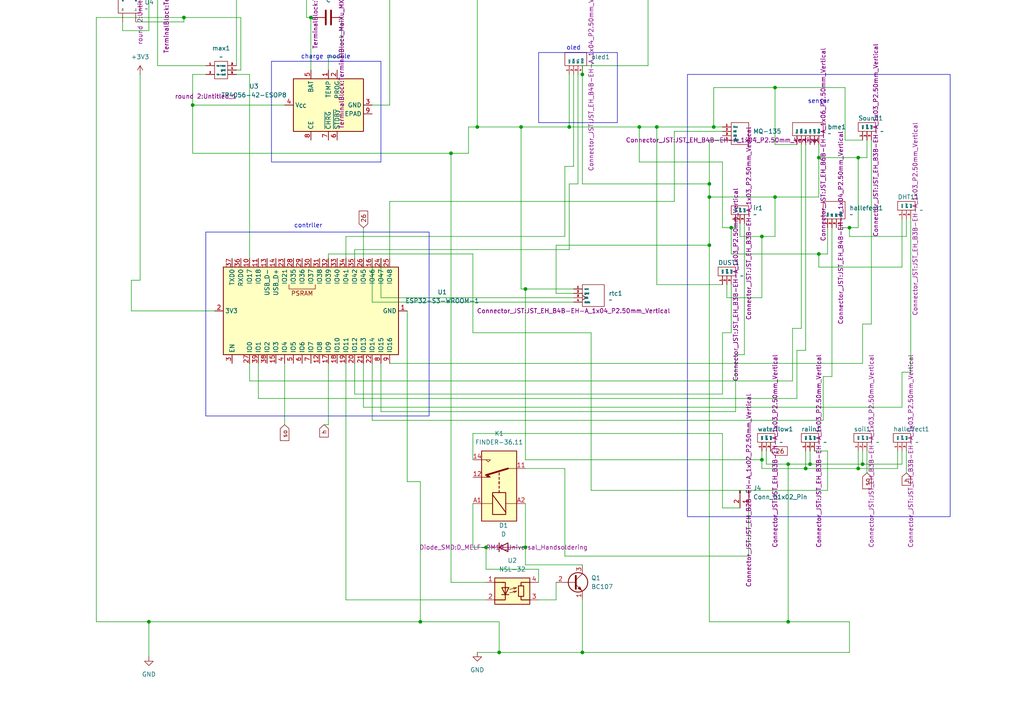
<source format=kicad_sch>
(kicad_sch
	(version 20250114)
	(generator "eeschema")
	(generator_version "9.0")
	(uuid "d0ab4bd5-5fa0-403b-9ee3-8a99ff5da327")
	(paper "A4")
	(lib_symbols
		(symbol "Battery_Management:TP4056-42-ESOP8"
			(exclude_from_sim no)
			(in_bom yes)
			(on_board yes)
			(property "Reference" "U"
				(at -6.604 11.684 0)
				(effects
					(font
						(size 1.27 1.27)
					)
				)
			)
			(property "Value" "TP4056-42-ESOP8"
				(at 10.16 11.684 0)
				(effects
					(font
						(size 1.27 1.27)
					)
				)
			)
			(property "Footprint" "Package_SO:SOIC-8-1EP_3.9x4.9mm_P1.27mm_EP2.41x3.3mm_ThermalVias"
				(at 0.508 -22.86 0)
				(effects
					(font
						(size 1.27 1.27)
					)
					(hide yes)
				)
			)
			(property "Datasheet" "https://www.lcsc.com/datasheet/lcsc_datasheet_2410121619_TOPPOWER-Nanjing-Extension-Microelectronics-TP4056-42-ESOP8_C16581.pdf"
				(at 0 -25.4 0)
				(effects
					(font
						(size 1.27 1.27)
					)
					(hide yes)
				)
			)
			(property "Description" "1A Standalone Linear Li-ion/LiPo single-cell battery charger, 4.2V ±1% charge voltage, VCC = 4.0..8.0V, SOIC-8 (SOP-8)"
				(at 0.508 -20.32 0)
				(effects
					(font
						(size 1.27 1.27)
					)
					(hide yes)
				)
			)
			(property "ki_keywords" "lithium-ion lithium-polymer Li-Poly"
				(at 0 0 0)
				(effects
					(font
						(size 1.27 1.27)
					)
					(hide yes)
				)
			)
			(property "ki_fp_filters" "*SO*3.9x4.*P1.27mm*EP2.4*x3.3*mm*"
				(at 0 0 0)
				(effects
					(font
						(size 1.27 1.27)
					)
					(hide yes)
				)
			)
			(symbol "TP4056-42-ESOP8_1_0"
				(pin input line
					(at -10.16 5.08 0)
					(length 2.54)
					(name "CE"
						(effects
							(font
								(size 1.27 1.27)
							)
						)
					)
					(number "8"
						(effects
							(font
								(size 1.27 1.27)
							)
						)
					)
				)
				(pin open_collector line
					(at -10.16 0 0)
					(length 2.54)
					(name "~{CHRG}"
						(effects
							(font
								(size 1.27 1.27)
							)
						)
					)
					(number "7"
						(effects
							(font
								(size 1.27 1.27)
							)
						)
					)
				)
				(pin open_collector line
					(at -10.16 -2.54 0)
					(length 2.54)
					(name "~{STDBY}"
						(effects
							(font
								(size 1.27 1.27)
							)
						)
					)
					(number "6"
						(effects
							(font
								(size 1.27 1.27)
							)
						)
					)
				)
				(pin passive line
					(at -2.54 -12.7 90)
					(length 2.54)
					(name "EPAD"
						(effects
							(font
								(size 1.27 1.27)
							)
						)
					)
					(number "9"
						(effects
							(font
								(size 1.27 1.27)
							)
						)
					)
				)
				(pin power_in line
					(at 0 12.7 270)
					(length 2.54)
					(name "V_{CC}"
						(effects
							(font
								(size 1.27 1.27)
							)
						)
					)
					(number "4"
						(effects
							(font
								(size 1.27 1.27)
							)
						)
					)
				)
				(pin power_in line
					(at 0 -12.7 90)
					(length 2.54)
					(name "GND"
						(effects
							(font
								(size 1.27 1.27)
							)
						)
					)
					(number "3"
						(effects
							(font
								(size 1.27 1.27)
							)
						)
					)
				)
				(pin power_out line
					(at 10.16 5.08 180)
					(length 2.54)
					(name "BAT"
						(effects
							(font
								(size 1.27 1.27)
							)
						)
					)
					(number "5"
						(effects
							(font
								(size 1.27 1.27)
							)
						)
					)
				)
				(pin input line
					(at 10.16 0 180)
					(length 2.54)
					(name "TEMP"
						(effects
							(font
								(size 1.27 1.27)
							)
						)
					)
					(number "1"
						(effects
							(font
								(size 1.27 1.27)
							)
						)
					)
				)
				(pin passive line
					(at 10.16 -2.54 180)
					(length 2.54)
					(name "PROG"
						(effects
							(font
								(size 1.27 1.27)
							)
						)
					)
					(number "2"
						(effects
							(font
								(size 1.27 1.27)
							)
						)
					)
				)
			)
			(symbol "TP4056-42-ESOP8_1_1"
				(rectangle
					(start -7.62 10.16)
					(end 7.62 -10.16)
					(stroke
						(width 0.254)
						(type default)
					)
					(fill
						(type background)
					)
				)
			)
			(embedded_fonts no)
		)
		(symbol "Connector:Conn_01x02_Pin"
			(pin_names
				(offset 1.016)
				(hide yes)
			)
			(exclude_from_sim no)
			(in_bom yes)
			(on_board yes)
			(property "Reference" "J"
				(at 0 2.54 0)
				(effects
					(font
						(size 1.27 1.27)
					)
				)
			)
			(property "Value" "Conn_01x02_Pin"
				(at 0 -5.08 0)
				(effects
					(font
						(size 1.27 1.27)
					)
				)
			)
			(property "Footprint" ""
				(at 0 0 0)
				(effects
					(font
						(size 1.27 1.27)
					)
					(hide yes)
				)
			)
			(property "Datasheet" "~"
				(at 0 0 0)
				(effects
					(font
						(size 1.27 1.27)
					)
					(hide yes)
				)
			)
			(property "Description" "Generic connector, single row, 01x02, script generated"
				(at 0 0 0)
				(effects
					(font
						(size 1.27 1.27)
					)
					(hide yes)
				)
			)
			(property "ki_locked" ""
				(at 0 0 0)
				(effects
					(font
						(size 1.27 1.27)
					)
				)
			)
			(property "ki_keywords" "connector"
				(at 0 0 0)
				(effects
					(font
						(size 1.27 1.27)
					)
					(hide yes)
				)
			)
			(property "ki_fp_filters" "Connector*:*_1x??_*"
				(at 0 0 0)
				(effects
					(font
						(size 1.27 1.27)
					)
					(hide yes)
				)
			)
			(symbol "Conn_01x02_Pin_1_1"
				(rectangle
					(start 0.8636 0.127)
					(end 0 -0.127)
					(stroke
						(width 0.1524)
						(type default)
					)
					(fill
						(type outline)
					)
				)
				(rectangle
					(start 0.8636 -2.413)
					(end 0 -2.667)
					(stroke
						(width 0.1524)
						(type default)
					)
					(fill
						(type outline)
					)
				)
				(polyline
					(pts
						(xy 1.27 0) (xy 0.8636 0)
					)
					(stroke
						(width 0.1524)
						(type default)
					)
					(fill
						(type none)
					)
				)
				(polyline
					(pts
						(xy 1.27 -2.54) (xy 0.8636 -2.54)
					)
					(stroke
						(width 0.1524)
						(type default)
					)
					(fill
						(type none)
					)
				)
				(pin passive line
					(at 5.08 0 180)
					(length 3.81)
					(name "Pin_1"
						(effects
							(font
								(size 1.27 1.27)
							)
						)
					)
					(number "1"
						(effects
							(font
								(size 1.27 1.27)
							)
						)
					)
				)
				(pin passive line
					(at 5.08 -2.54 180)
					(length 3.81)
					(name "Pin_2"
						(effects
							(font
								(size 1.27 1.27)
							)
						)
					)
					(number "2"
						(effects
							(font
								(size 1.27 1.27)
							)
						)
					)
				)
			)
			(embedded_fonts no)
		)
		(symbol "Device:C"
			(pin_numbers
				(hide yes)
			)
			(pin_names
				(offset 0.254)
			)
			(exclude_from_sim no)
			(in_bom yes)
			(on_board yes)
			(property "Reference" "C"
				(at 0.635 2.54 0)
				(effects
					(font
						(size 1.27 1.27)
					)
					(justify left)
				)
			)
			(property "Value" "C"
				(at 0.635 -2.54 0)
				(effects
					(font
						(size 1.27 1.27)
					)
					(justify left)
				)
			)
			(property "Footprint" ""
				(at 0.9652 -3.81 0)
				(effects
					(font
						(size 1.27 1.27)
					)
					(hide yes)
				)
			)
			(property "Datasheet" "~"
				(at 0 0 0)
				(effects
					(font
						(size 1.27 1.27)
					)
					(hide yes)
				)
			)
			(property "Description" "Unpolarized capacitor"
				(at 0 0 0)
				(effects
					(font
						(size 1.27 1.27)
					)
					(hide yes)
				)
			)
			(property "ki_keywords" "cap capacitor"
				(at 0 0 0)
				(effects
					(font
						(size 1.27 1.27)
					)
					(hide yes)
				)
			)
			(property "ki_fp_filters" "C_*"
				(at 0 0 0)
				(effects
					(font
						(size 1.27 1.27)
					)
					(hide yes)
				)
			)
			(symbol "C_0_1"
				(polyline
					(pts
						(xy -2.032 0.762) (xy 2.032 0.762)
					)
					(stroke
						(width 0.508)
						(type default)
					)
					(fill
						(type none)
					)
				)
				(polyline
					(pts
						(xy -2.032 -0.762) (xy 2.032 -0.762)
					)
					(stroke
						(width 0.508)
						(type default)
					)
					(fill
						(type none)
					)
				)
			)
			(symbol "C_1_1"
				(pin passive line
					(at 0 3.81 270)
					(length 2.794)
					(name "~"
						(effects
							(font
								(size 1.27 1.27)
							)
						)
					)
					(number "1"
						(effects
							(font
								(size 1.27 1.27)
							)
						)
					)
				)
				(pin passive line
					(at 0 -3.81 90)
					(length 2.794)
					(name "~"
						(effects
							(font
								(size 1.27 1.27)
							)
						)
					)
					(number "2"
						(effects
							(font
								(size 1.27 1.27)
							)
						)
					)
				)
			)
			(embedded_fonts no)
		)
		(symbol "Device:D"
			(pin_numbers
				(hide yes)
			)
			(pin_names
				(offset 1.016)
				(hide yes)
			)
			(exclude_from_sim no)
			(in_bom yes)
			(on_board yes)
			(property "Reference" "D"
				(at 0 2.54 0)
				(effects
					(font
						(size 1.27 1.27)
					)
				)
			)
			(property "Value" "D"
				(at 0 -2.54 0)
				(effects
					(font
						(size 1.27 1.27)
					)
				)
			)
			(property "Footprint" ""
				(at 0 0 0)
				(effects
					(font
						(size 1.27 1.27)
					)
					(hide yes)
				)
			)
			(property "Datasheet" "~"
				(at 0 0 0)
				(effects
					(font
						(size 1.27 1.27)
					)
					(hide yes)
				)
			)
			(property "Description" "Diode"
				(at 0 0 0)
				(effects
					(font
						(size 1.27 1.27)
					)
					(hide yes)
				)
			)
			(property "Sim.Device" "D"
				(at 0 0 0)
				(effects
					(font
						(size 1.27 1.27)
					)
					(hide yes)
				)
			)
			(property "Sim.Pins" "1=K 2=A"
				(at 0 0 0)
				(effects
					(font
						(size 1.27 1.27)
					)
					(hide yes)
				)
			)
			(property "ki_keywords" "diode"
				(at 0 0 0)
				(effects
					(font
						(size 1.27 1.27)
					)
					(hide yes)
				)
			)
			(property "ki_fp_filters" "TO-???* *_Diode_* *SingleDiode* D_*"
				(at 0 0 0)
				(effects
					(font
						(size 1.27 1.27)
					)
					(hide yes)
				)
			)
			(symbol "D_0_1"
				(polyline
					(pts
						(xy -1.27 1.27) (xy -1.27 -1.27)
					)
					(stroke
						(width 0.254)
						(type default)
					)
					(fill
						(type none)
					)
				)
				(polyline
					(pts
						(xy 1.27 1.27) (xy 1.27 -1.27) (xy -1.27 0) (xy 1.27 1.27)
					)
					(stroke
						(width 0.254)
						(type default)
					)
					(fill
						(type none)
					)
				)
				(polyline
					(pts
						(xy 1.27 0) (xy -1.27 0)
					)
					(stroke
						(width 0)
						(type default)
					)
					(fill
						(type none)
					)
				)
			)
			(symbol "D_1_1"
				(pin passive line
					(at -3.81 0 0)
					(length 2.54)
					(name "K"
						(effects
							(font
								(size 1.27 1.27)
							)
						)
					)
					(number "1"
						(effects
							(font
								(size 1.27 1.27)
							)
						)
					)
				)
				(pin passive line
					(at 3.81 0 180)
					(length 2.54)
					(name "A"
						(effects
							(font
								(size 1.27 1.27)
							)
						)
					)
					(number "2"
						(effects
							(font
								(size 1.27 1.27)
							)
						)
					)
				)
			)
			(embedded_fonts no)
		)
		(symbol "Isolator:NSL-32"
			(pin_names
				(offset 0.762)
				(hide yes)
			)
			(exclude_from_sim no)
			(in_bom yes)
			(on_board yes)
			(property "Reference" "U"
				(at 0 5.08 0)
				(effects
					(font
						(size 1.27 1.27)
					)
				)
			)
			(property "Value" "NSL-32"
				(at 0 -5.08 0)
				(effects
					(font
						(size 1.27 1.27)
					)
				)
			)
			(property "Footprint" "OptoDevice:Luna_NSL-32"
				(at 0 -7.62 0)
				(effects
					(font
						(size 1.27 1.27)
					)
					(hide yes)
				)
			)
			(property "Datasheet" "http://lunainc.com/wp-content/uploads/2016/06/NSL-32.pdf"
				(at 1.27 0 0)
				(effects
					(font
						(size 1.27 1.27)
					)
					(hide yes)
				)
			)
			(property "Description" "Optocoupler, LED Input, Photocell Output"
				(at 0 0 0)
				(effects
					(font
						(size 1.27 1.27)
					)
					(hide yes)
				)
			)
			(property "ki_keywords" "optocoupler"
				(at 0 0 0)
				(effects
					(font
						(size 1.27 1.27)
					)
					(hide yes)
				)
			)
			(property "ki_fp_filters" "Luna*NSL?32*"
				(at 0 0 0)
				(effects
					(font
						(size 1.27 1.27)
					)
					(hide yes)
				)
			)
			(symbol "NSL-32_0_1"
				(rectangle
					(start -5.08 3.81)
					(end 5.08 -3.81)
					(stroke
						(width 0.254)
						(type default)
					)
					(fill
						(type background)
					)
				)
				(polyline
					(pts
						(xy -5.08 2.54) (xy -2.54 2.54)
					)
					(stroke
						(width 0.254)
						(type default)
					)
					(fill
						(type none)
					)
				)
				(polyline
					(pts
						(xy -2.794 -2.54) (xy -5.08 -2.54)
					)
					(stroke
						(width 0.254)
						(type default)
					)
					(fill
						(type none)
					)
				)
				(polyline
					(pts
						(xy -2.794 -2.54) (xy -2.032 -2.54) (xy -2.032 2.54) (xy -2.794 2.54)
					)
					(stroke
						(width 0.254)
						(type default)
					)
					(fill
						(type none)
					)
				)
				(polyline
					(pts
						(xy -1.016 1.016) (xy -3.048 1.016) (xy -2.032 -1.016) (xy -1.016 1.016) (xy -1.016 1.016) (xy -1.016 1.016)
					)
					(stroke
						(width 0.254)
						(type default)
					)
					(fill
						(type none)
					)
				)
				(polyline
					(pts
						(xy -1.016 -1.016) (xy -3.048 -1.016) (xy -3.048 -1.016)
					)
					(stroke
						(width 0.254)
						(type default)
					)
					(fill
						(type none)
					)
				)
				(polyline
					(pts
						(xy -0.762 0.508) (xy 1.27 1.016) (xy 1.27 1.016)
					)
					(stroke
						(width 0)
						(type default)
					)
					(fill
						(type none)
					)
				)
				(polyline
					(pts
						(xy -0.762 -0.508) (xy 1.27 0) (xy 1.27 0)
					)
					(stroke
						(width 0)
						(type default)
					)
					(fill
						(type none)
					)
				)
				(polyline
					(pts
						(xy 0.254 1.016) (xy 1.27 1.016) (xy 0.508 0.508) (xy 0.508 0.508)
					)
					(stroke
						(width 0)
						(type default)
					)
					(fill
						(type none)
					)
				)
				(polyline
					(pts
						(xy 0.254 0) (xy 1.27 0) (xy 0.508 -0.508) (xy 0.508 -0.508)
					)
					(stroke
						(width 0)
						(type default)
					)
					(fill
						(type none)
					)
				)
				(rectangle
					(start 1.778 1.524)
					(end 3.302 -1.524)
					(stroke
						(width 0.254)
						(type default)
					)
					(fill
						(type none)
					)
				)
				(polyline
					(pts
						(xy 2.54 1.524) (xy 2.54 2.54) (xy 5.08 2.54)
					)
					(stroke
						(width 0.254)
						(type default)
					)
					(fill
						(type none)
					)
				)
				(polyline
					(pts
						(xy 2.54 -1.524) (xy 2.54 -2.54) (xy 5.08 -2.54)
					)
					(stroke
						(width 0.254)
						(type default)
					)
					(fill
						(type none)
					)
				)
			)
			(symbol "NSL-32_1_1"
				(pin passive line
					(at -7.62 2.54 0)
					(length 2.54)
					(name "A"
						(effects
							(font
								(size 1.27 1.27)
							)
						)
					)
					(number "1"
						(effects
							(font
								(size 1.27 1.27)
							)
						)
					)
				)
				(pin passive line
					(at -7.62 -2.54 0)
					(length 2.54)
					(name "K"
						(effects
							(font
								(size 1.27 1.27)
							)
						)
					)
					(number "2"
						(effects
							(font
								(size 1.27 1.27)
							)
						)
					)
				)
				(pin passive line
					(at 7.62 2.54 180)
					(length 2.54)
					(name "R"
						(effects
							(font
								(size 1.27 1.27)
							)
						)
					)
					(number "4"
						(effects
							(font
								(size 1.27 1.27)
							)
						)
					)
				)
				(pin passive line
					(at 7.62 -2.54 180)
					(length 2.54)
					(name "R"
						(effects
							(font
								(size 1.27 1.27)
							)
						)
					)
					(number "3"
						(effects
							(font
								(size 1.27 1.27)
							)
						)
					)
				)
			)
			(embedded_fonts no)
		)
		(symbol "RF_Module:ESP32-S3-WROOM-1"
			(exclude_from_sim no)
			(in_bom yes)
			(on_board yes)
			(property "Reference" "U"
				(at -12.7 26.67 0)
				(effects
					(font
						(size 1.27 1.27)
					)
				)
			)
			(property "Value" "ESP32-S3-WROOM-1"
				(at 12.7 26.67 0)
				(effects
					(font
						(size 1.27 1.27)
					)
				)
			)
			(property "Footprint" "RF_Module:ESP32-S3-WROOM-1"
				(at 0 2.54 0)
				(effects
					(font
						(size 1.27 1.27)
					)
					(hide yes)
				)
			)
			(property "Datasheet" "https://www.espressif.com/sites/default/files/documentation/esp32-s3-wroom-1_wroom-1u_datasheet_en.pdf"
				(at 0 0 0)
				(effects
					(font
						(size 1.27 1.27)
					)
					(hide yes)
				)
			)
			(property "Description" "RF Module, ESP32-S3 SoC, Wi-Fi 802.11b/g/n, Bluetooth, BLE, 32-bit, 3.3V, onboard antenna, SMD"
				(at 0 0 0)
				(effects
					(font
						(size 1.27 1.27)
					)
					(hide yes)
				)
			)
			(property "ki_keywords" "RF Radio BT ESP ESP32-S3 Espressif onboard PCB antenna"
				(at 0 0 0)
				(effects
					(font
						(size 1.27 1.27)
					)
					(hide yes)
				)
			)
			(property "ki_fp_filters" "ESP32?S3?WROOM?1*"
				(at 0 0 0)
				(effects
					(font
						(size 1.27 1.27)
					)
					(hide yes)
				)
			)
			(symbol "ESP32-S3-WROOM-1_0_0"
				(rectangle
					(start -12.7 25.4)
					(end 12.7 -25.4)
					(stroke
						(width 0.254)
						(type default)
					)
					(fill
						(type background)
					)
				)
				(text "PSRAM"
					(at 5.08 2.54 900)
					(effects
						(font
							(size 1.27 1.27)
						)
					)
				)
			)
			(symbol "ESP32-S3-WROOM-1_0_1"
				(polyline
					(pts
						(xy 7.62 -1.27) (xy 6.35 -1.27) (xy 6.35 6.35) (xy 7.62 6.35)
					)
					(stroke
						(width 0)
						(type default)
					)
					(fill
						(type none)
					)
				)
			)
			(symbol "ESP32-S3-WROOM-1_1_1"
				(pin input line
					(at -15.24 22.86 0)
					(length 2.54)
					(name "EN"
						(effects
							(font
								(size 1.27 1.27)
							)
						)
					)
					(number "3"
						(effects
							(font
								(size 1.27 1.27)
							)
						)
					)
				)
				(pin bidirectional line
					(at -15.24 17.78 0)
					(length 2.54)
					(name "IO0"
						(effects
							(font
								(size 1.27 1.27)
							)
						)
					)
					(number "27"
						(effects
							(font
								(size 1.27 1.27)
							)
						)
					)
				)
				(pin bidirectional line
					(at -15.24 15.24 0)
					(length 2.54)
					(name "IO1"
						(effects
							(font
								(size 1.27 1.27)
							)
						)
					)
					(number "39"
						(effects
							(font
								(size 1.27 1.27)
							)
						)
					)
				)
				(pin bidirectional line
					(at -15.24 12.7 0)
					(length 2.54)
					(name "IO2"
						(effects
							(font
								(size 1.27 1.27)
							)
						)
					)
					(number "38"
						(effects
							(font
								(size 1.27 1.27)
							)
						)
					)
				)
				(pin bidirectional line
					(at -15.24 10.16 0)
					(length 2.54)
					(name "IO3"
						(effects
							(font
								(size 1.27 1.27)
							)
						)
					)
					(number "15"
						(effects
							(font
								(size 1.27 1.27)
							)
						)
					)
				)
				(pin bidirectional line
					(at -15.24 7.62 0)
					(length 2.54)
					(name "IO4"
						(effects
							(font
								(size 1.27 1.27)
							)
						)
					)
					(number "4"
						(effects
							(font
								(size 1.27 1.27)
							)
						)
					)
				)
				(pin bidirectional line
					(at -15.24 5.08 0)
					(length 2.54)
					(name "IO5"
						(effects
							(font
								(size 1.27 1.27)
							)
						)
					)
					(number "5"
						(effects
							(font
								(size 1.27 1.27)
							)
						)
					)
				)
				(pin bidirectional line
					(at -15.24 2.54 0)
					(length 2.54)
					(name "IO6"
						(effects
							(font
								(size 1.27 1.27)
							)
						)
					)
					(number "6"
						(effects
							(font
								(size 1.27 1.27)
							)
						)
					)
				)
				(pin bidirectional line
					(at -15.24 0 0)
					(length 2.54)
					(name "IO7"
						(effects
							(font
								(size 1.27 1.27)
							)
						)
					)
					(number "7"
						(effects
							(font
								(size 1.27 1.27)
							)
						)
					)
				)
				(pin bidirectional line
					(at -15.24 -2.54 0)
					(length 2.54)
					(name "IO8"
						(effects
							(font
								(size 1.27 1.27)
							)
						)
					)
					(number "12"
						(effects
							(font
								(size 1.27 1.27)
							)
						)
					)
				)
				(pin bidirectional line
					(at -15.24 -5.08 0)
					(length 2.54)
					(name "IO9"
						(effects
							(font
								(size 1.27 1.27)
							)
						)
					)
					(number "17"
						(effects
							(font
								(size 1.27 1.27)
							)
						)
					)
				)
				(pin bidirectional line
					(at -15.24 -7.62 0)
					(length 2.54)
					(name "IO10"
						(effects
							(font
								(size 1.27 1.27)
							)
						)
					)
					(number "18"
						(effects
							(font
								(size 1.27 1.27)
							)
						)
					)
				)
				(pin bidirectional line
					(at -15.24 -10.16 0)
					(length 2.54)
					(name "IO11"
						(effects
							(font
								(size 1.27 1.27)
							)
						)
					)
					(number "19"
						(effects
							(font
								(size 1.27 1.27)
							)
						)
					)
				)
				(pin bidirectional line
					(at -15.24 -12.7 0)
					(length 2.54)
					(name "IO12"
						(effects
							(font
								(size 1.27 1.27)
							)
						)
					)
					(number "20"
						(effects
							(font
								(size 1.27 1.27)
							)
						)
					)
				)
				(pin bidirectional line
					(at -15.24 -15.24 0)
					(length 2.54)
					(name "IO13"
						(effects
							(font
								(size 1.27 1.27)
							)
						)
					)
					(number "21"
						(effects
							(font
								(size 1.27 1.27)
							)
						)
					)
				)
				(pin bidirectional line
					(at -15.24 -17.78 0)
					(length 2.54)
					(name "IO14"
						(effects
							(font
								(size 1.27 1.27)
							)
						)
					)
					(number "22"
						(effects
							(font
								(size 1.27 1.27)
							)
						)
					)
				)
				(pin bidirectional line
					(at -15.24 -20.32 0)
					(length 2.54)
					(name "IO15"
						(effects
							(font
								(size 1.27 1.27)
							)
						)
					)
					(number "8"
						(effects
							(font
								(size 1.27 1.27)
							)
						)
					)
				)
				(pin bidirectional line
					(at -15.24 -22.86 0)
					(length 2.54)
					(name "IO16"
						(effects
							(font
								(size 1.27 1.27)
							)
						)
					)
					(number "9"
						(effects
							(font
								(size 1.27 1.27)
							)
						)
					)
				)
				(pin power_in line
					(at 0 27.94 270)
					(length 2.54)
					(name "3V3"
						(effects
							(font
								(size 1.27 1.27)
							)
						)
					)
					(number "2"
						(effects
							(font
								(size 1.27 1.27)
							)
						)
					)
				)
				(pin power_in line
					(at 0 -27.94 90)
					(length 2.54)
					(name "GND"
						(effects
							(font
								(size 1.27 1.27)
							)
						)
					)
					(number "1"
						(effects
							(font
								(size 1.27 1.27)
							)
						)
					)
				)
				(pin passive line
					(at 0 -27.94 90)
					(length 2.54)
					(hide yes)
					(name "GND"
						(effects
							(font
								(size 1.27 1.27)
							)
						)
					)
					(number "40"
						(effects
							(font
								(size 1.27 1.27)
							)
						)
					)
				)
				(pin passive line
					(at 0 -27.94 90)
					(length 2.54)
					(hide yes)
					(name "GND"
						(effects
							(font
								(size 1.27 1.27)
							)
						)
					)
					(number "41"
						(effects
							(font
								(size 1.27 1.27)
							)
						)
					)
				)
				(pin bidirectional line
					(at 15.24 22.86 180)
					(length 2.54)
					(name "TXD0"
						(effects
							(font
								(size 1.27 1.27)
							)
						)
					)
					(number "37"
						(effects
							(font
								(size 1.27 1.27)
							)
						)
					)
				)
				(pin bidirectional line
					(at 15.24 20.32 180)
					(length 2.54)
					(name "RXD0"
						(effects
							(font
								(size 1.27 1.27)
							)
						)
					)
					(number "36"
						(effects
							(font
								(size 1.27 1.27)
							)
						)
					)
				)
				(pin bidirectional line
					(at 15.24 17.78 180)
					(length 2.54)
					(name "IO17"
						(effects
							(font
								(size 1.27 1.27)
							)
						)
					)
					(number "10"
						(effects
							(font
								(size 1.27 1.27)
							)
						)
					)
				)
				(pin bidirectional line
					(at 15.24 15.24 180)
					(length 2.54)
					(name "IO18"
						(effects
							(font
								(size 1.27 1.27)
							)
						)
					)
					(number "11"
						(effects
							(font
								(size 1.27 1.27)
							)
						)
					)
				)
				(pin bidirectional line
					(at 15.24 12.7 180)
					(length 2.54)
					(name "USB_D-"
						(effects
							(font
								(size 1.27 1.27)
							)
						)
					)
					(number "13"
						(effects
							(font
								(size 1.27 1.27)
							)
						)
					)
					(alternate "IO19" bidirectional line)
				)
				(pin bidirectional line
					(at 15.24 10.16 180)
					(length 2.54)
					(name "USB_D+"
						(effects
							(font
								(size 1.27 1.27)
							)
						)
					)
					(number "14"
						(effects
							(font
								(size 1.27 1.27)
							)
						)
					)
					(alternate "IO20" bidirectional line)
				)
				(pin bidirectional line
					(at 15.24 7.62 180)
					(length 2.54)
					(name "IO21"
						(effects
							(font
								(size 1.27 1.27)
							)
						)
					)
					(number "23"
						(effects
							(font
								(size 1.27 1.27)
							)
						)
					)
				)
				(pin bidirectional line
					(at 15.24 5.08 180)
					(length 2.54)
					(name "IO35"
						(effects
							(font
								(size 1.27 1.27)
							)
						)
					)
					(number "28"
						(effects
							(font
								(size 1.27 1.27)
							)
						)
					)
				)
				(pin bidirectional line
					(at 15.24 2.54 180)
					(length 2.54)
					(name "IO36"
						(effects
							(font
								(size 1.27 1.27)
							)
						)
					)
					(number "29"
						(effects
							(font
								(size 1.27 1.27)
							)
						)
					)
				)
				(pin bidirectional line
					(at 15.24 0 180)
					(length 2.54)
					(name "IO37"
						(effects
							(font
								(size 1.27 1.27)
							)
						)
					)
					(number "30"
						(effects
							(font
								(size 1.27 1.27)
							)
						)
					)
				)
				(pin bidirectional line
					(at 15.24 -2.54 180)
					(length 2.54)
					(name "IO38"
						(effects
							(font
								(size 1.27 1.27)
							)
						)
					)
					(number "31"
						(effects
							(font
								(size 1.27 1.27)
							)
						)
					)
				)
				(pin bidirectional line
					(at 15.24 -5.08 180)
					(length 2.54)
					(name "IO39"
						(effects
							(font
								(size 1.27 1.27)
							)
						)
					)
					(number "32"
						(effects
							(font
								(size 1.27 1.27)
							)
						)
					)
				)
				(pin bidirectional line
					(at 15.24 -7.62 180)
					(length 2.54)
					(name "IO40"
						(effects
							(font
								(size 1.27 1.27)
							)
						)
					)
					(number "33"
						(effects
							(font
								(size 1.27 1.27)
							)
						)
					)
				)
				(pin bidirectional line
					(at 15.24 -10.16 180)
					(length 2.54)
					(name "IO41"
						(effects
							(font
								(size 1.27 1.27)
							)
						)
					)
					(number "34"
						(effects
							(font
								(size 1.27 1.27)
							)
						)
					)
				)
				(pin bidirectional line
					(at 15.24 -12.7 180)
					(length 2.54)
					(name "IO42"
						(effects
							(font
								(size 1.27 1.27)
							)
						)
					)
					(number "35"
						(effects
							(font
								(size 1.27 1.27)
							)
						)
					)
				)
				(pin bidirectional line
					(at 15.24 -15.24 180)
					(length 2.54)
					(name "IO45"
						(effects
							(font
								(size 1.27 1.27)
							)
						)
					)
					(number "26"
						(effects
							(font
								(size 1.27 1.27)
							)
						)
					)
				)
				(pin bidirectional line
					(at 15.24 -17.78 180)
					(length 2.54)
					(name "IO46"
						(effects
							(font
								(size 1.27 1.27)
							)
						)
					)
					(number "16"
						(effects
							(font
								(size 1.27 1.27)
							)
						)
					)
				)
				(pin bidirectional line
					(at 15.24 -20.32 180)
					(length 2.54)
					(name "IO47"
						(effects
							(font
								(size 1.27 1.27)
							)
						)
					)
					(number "24"
						(effects
							(font
								(size 1.27 1.27)
							)
						)
					)
				)
				(pin bidirectional line
					(at 15.24 -22.86 180)
					(length 2.54)
					(name "IO48"
						(effects
							(font
								(size 1.27 1.27)
							)
						)
					)
					(number "25"
						(effects
							(font
								(size 1.27 1.27)
							)
						)
					)
				)
			)
			(embedded_fonts no)
		)
		(symbol "Relay:FINDER-36.11"
			(exclude_from_sim no)
			(in_bom yes)
			(on_board yes)
			(property "Reference" "K"
				(at 11.43 3.81 0)
				(effects
					(font
						(size 1.27 1.27)
					)
					(justify left)
				)
			)
			(property "Value" "FINDER-36.11"
				(at 11.43 1.27 0)
				(effects
					(font
						(size 1.27 1.27)
					)
					(justify left)
				)
			)
			(property "Footprint" "Relay_THT:Relay_SPDT_Finder_36.11"
				(at 32.258 -0.762 0)
				(effects
					(font
						(size 1.27 1.27)
					)
					(hide yes)
				)
			)
			(property "Datasheet" "https://gfinder.findernet.com/public/attachments/36/EN/S36EN.pdf"
				(at 0 0 0)
				(effects
					(font
						(size 1.27 1.27)
					)
					(hide yes)
				)
			)
			(property "Description" "FINDER 36.11, SPDT relay, 10A"
				(at 0 0 0)
				(effects
					(font
						(size 1.27 1.27)
					)
					(hide yes)
				)
			)
			(property "ki_keywords" "spdt relay"
				(at 0 0 0)
				(effects
					(font
						(size 1.27 1.27)
					)
					(hide yes)
				)
			)
			(property "ki_fp_filters" "Relay*SPDT*Finder*36.11*"
				(at 0 0 0)
				(effects
					(font
						(size 1.27 1.27)
					)
					(hide yes)
				)
			)
			(symbol "FINDER-36.11_0_0"
				(polyline
					(pts
						(xy 2.54 3.81) (xy 2.54 5.08)
					)
					(stroke
						(width 0)
						(type default)
					)
					(fill
						(type none)
					)
				)
				(polyline
					(pts
						(xy 7.62 3.81) (xy 7.62 5.08)
					)
					(stroke
						(width 0)
						(type default)
					)
					(fill
						(type none)
					)
				)
				(polyline
					(pts
						(xy 7.62 3.81) (xy 7.62 2.54) (xy 6.985 3.175) (xy 7.62 3.81)
					)
					(stroke
						(width 0)
						(type default)
					)
					(fill
						(type none)
					)
				)
			)
			(symbol "FINDER-36.11_0_1"
				(rectangle
					(start -10.16 5.08)
					(end 10.16 -5.08)
					(stroke
						(width 0.254)
						(type default)
					)
					(fill
						(type background)
					)
				)
				(rectangle
					(start -8.255 1.905)
					(end -1.905 -1.905)
					(stroke
						(width 0.254)
						(type default)
					)
					(fill
						(type none)
					)
				)
				(polyline
					(pts
						(xy -7.62 -1.905) (xy -2.54 1.905)
					)
					(stroke
						(width 0.254)
						(type default)
					)
					(fill
						(type none)
					)
				)
				(polyline
					(pts
						(xy -5.08 5.08) (xy -5.08 1.905)
					)
					(stroke
						(width 0)
						(type default)
					)
					(fill
						(type none)
					)
				)
				(polyline
					(pts
						(xy -5.08 -5.08) (xy -5.08 -1.905)
					)
					(stroke
						(width 0)
						(type default)
					)
					(fill
						(type none)
					)
				)
				(polyline
					(pts
						(xy -1.905 0) (xy -1.27 0)
					)
					(stroke
						(width 0.254)
						(type default)
					)
					(fill
						(type none)
					)
				)
				(polyline
					(pts
						(xy -0.635 0) (xy 0 0)
					)
					(stroke
						(width 0.254)
						(type default)
					)
					(fill
						(type none)
					)
				)
				(polyline
					(pts
						(xy 0.635 0) (xy 1.27 0)
					)
					(stroke
						(width 0.254)
						(type default)
					)
					(fill
						(type none)
					)
				)
				(polyline
					(pts
						(xy 0.635 0) (xy 1.27 0)
					)
					(stroke
						(width 0.254)
						(type default)
					)
					(fill
						(type none)
					)
				)
				(polyline
					(pts
						(xy 1.905 0) (xy 2.54 0)
					)
					(stroke
						(width 0.254)
						(type default)
					)
					(fill
						(type none)
					)
				)
				(polyline
					(pts
						(xy 2.54 2.54) (xy 2.54 3.81) (xy 2.54 2.54) (xy 2.54 2.54) (xy 3.175 3.175) (xy 2.54 3.81)
					)
					(stroke
						(width 0)
						(type default)
					)
					(fill
						(type outline)
					)
				)
				(polyline
					(pts
						(xy 3.175 0) (xy 3.81 0)
					)
					(stroke
						(width 0.254)
						(type default)
					)
					(fill
						(type none)
					)
				)
				(polyline
					(pts
						(xy 5.08 -2.54) (xy 3.175 3.81)
					)
					(stroke
						(width 0.508)
						(type default)
					)
					(fill
						(type none)
					)
				)
				(polyline
					(pts
						(xy 5.08 -2.54) (xy 5.08 -5.08)
					)
					(stroke
						(width 0)
						(type default)
					)
					(fill
						(type none)
					)
				)
			)
			(symbol "FINDER-36.11_1_1"
				(pin passive line
					(at -5.08 7.62 270)
					(length 2.54)
					(name "~"
						(effects
							(font
								(size 1.27 1.27)
							)
						)
					)
					(number "A1"
						(effects
							(font
								(size 1.27 1.27)
							)
						)
					)
				)
				(pin passive line
					(at -5.08 -7.62 90)
					(length 2.54)
					(name "~"
						(effects
							(font
								(size 1.27 1.27)
							)
						)
					)
					(number "A2"
						(effects
							(font
								(size 1.27 1.27)
							)
						)
					)
				)
				(pin passive line
					(at 2.54 7.62 270)
					(length 2.54)
					(name "~"
						(effects
							(font
								(size 1.27 1.27)
							)
						)
					)
					(number "12"
						(effects
							(font
								(size 1.27 1.27)
							)
						)
					)
				)
				(pin passive line
					(at 5.08 -7.62 90)
					(length 2.54)
					(name "~"
						(effects
							(font
								(size 1.27 1.27)
							)
						)
					)
					(number "11"
						(effects
							(font
								(size 1.27 1.27)
							)
						)
					)
				)
				(pin passive line
					(at 7.62 7.62 270)
					(length 2.54)
					(name "~"
						(effects
							(font
								(size 1.27 1.27)
							)
						)
					)
					(number "14"
						(effects
							(font
								(size 1.27 1.27)
							)
						)
					)
				)
			)
			(embedded_fonts no)
		)
		(symbol "Transistor_BJT:BC107"
			(pin_names
				(offset 0)
				(hide yes)
			)
			(exclude_from_sim no)
			(in_bom yes)
			(on_board yes)
			(property "Reference" "Q"
				(at 5.08 1.905 0)
				(effects
					(font
						(size 1.27 1.27)
					)
					(justify left)
				)
			)
			(property "Value" "BC107"
				(at 5.08 0 0)
				(effects
					(font
						(size 1.27 1.27)
					)
					(justify left)
				)
			)
			(property "Footprint" "Package_TO_SOT_THT:TO-18-3"
				(at 5.08 -1.905 0)
				(effects
					(font
						(size 1.27 1.27)
						(italic yes)
					)
					(justify left)
					(hide yes)
				)
			)
			(property "Datasheet" "http://www.b-kainka.de/Daten/Transistor/BC108.pdf"
				(at 0 0 0)
				(effects
					(font
						(size 1.27 1.27)
					)
					(justify left)
					(hide yes)
				)
			)
			(property "Description" "0.1A Ic, 50V Vce, Low Noise General Purpose NPN Transistor, TO-18"
				(at 0 0 0)
				(effects
					(font
						(size 1.27 1.27)
					)
					(hide yes)
				)
			)
			(property "ki_keywords" "NPN low noise transistor"
				(at 0 0 0)
				(effects
					(font
						(size 1.27 1.27)
					)
					(hide yes)
				)
			)
			(property "ki_fp_filters" "TO?18*"
				(at 0 0 0)
				(effects
					(font
						(size 1.27 1.27)
					)
					(hide yes)
				)
			)
			(symbol "BC107_0_1"
				(polyline
					(pts
						(xy -2.54 0) (xy 0.635 0)
					)
					(stroke
						(width 0)
						(type default)
					)
					(fill
						(type none)
					)
				)
				(polyline
					(pts
						(xy 0.635 1.905) (xy 0.635 -1.905)
					)
					(stroke
						(width 0.508)
						(type default)
					)
					(fill
						(type none)
					)
				)
				(circle
					(center 1.27 0)
					(radius 2.8194)
					(stroke
						(width 0.254)
						(type default)
					)
					(fill
						(type none)
					)
				)
			)
			(symbol "BC107_1_1"
				(polyline
					(pts
						(xy 0.635 0.635) (xy 2.54 2.54)
					)
					(stroke
						(width 0)
						(type default)
					)
					(fill
						(type none)
					)
				)
				(polyline
					(pts
						(xy 0.635 -0.635) (xy 2.54 -2.54)
					)
					(stroke
						(width 0)
						(type default)
					)
					(fill
						(type none)
					)
				)
				(polyline
					(pts
						(xy 1.27 -1.778) (xy 1.778 -1.27) (xy 2.286 -2.286) (xy 1.27 -1.778)
					)
					(stroke
						(width 0)
						(type default)
					)
					(fill
						(type outline)
					)
				)
				(pin input line
					(at -5.08 0 0)
					(length 2.54)
					(name "B"
						(effects
							(font
								(size 1.27 1.27)
							)
						)
					)
					(number "2"
						(effects
							(font
								(size 1.27 1.27)
							)
						)
					)
				)
				(pin passive line
					(at 2.54 5.08 270)
					(length 2.54)
					(name "C"
						(effects
							(font
								(size 1.27 1.27)
							)
						)
					)
					(number "3"
						(effects
							(font
								(size 1.27 1.27)
							)
						)
					)
				)
				(pin passive line
					(at 2.54 -5.08 90)
					(length 2.54)
					(name "E"
						(effects
							(font
								(size 1.27 1.27)
							)
						)
					)
					(number "1"
						(effects
							(font
								(size 1.27 1.27)
							)
						)
					)
				)
			)
			(embedded_fonts no)
		)
		(symbol "power:+3V3"
			(power)
			(pin_numbers
				(hide yes)
			)
			(pin_names
				(offset 0)
				(hide yes)
			)
			(exclude_from_sim no)
			(in_bom yes)
			(on_board yes)
			(property "Reference" "#PWR"
				(at 0 -3.81 0)
				(effects
					(font
						(size 1.27 1.27)
					)
					(hide yes)
				)
			)
			(property "Value" "+3V3"
				(at 0 3.556 0)
				(effects
					(font
						(size 1.27 1.27)
					)
				)
			)
			(property "Footprint" ""
				(at 0 0 0)
				(effects
					(font
						(size 1.27 1.27)
					)
					(hide yes)
				)
			)
			(property "Datasheet" ""
				(at 0 0 0)
				(effects
					(font
						(size 1.27 1.27)
					)
					(hide yes)
				)
			)
			(property "Description" "Power symbol creates a global label with name \"+3V3\""
				(at 0 0 0)
				(effects
					(font
						(size 1.27 1.27)
					)
					(hide yes)
				)
			)
			(property "ki_keywords" "global power"
				(at 0 0 0)
				(effects
					(font
						(size 1.27 1.27)
					)
					(hide yes)
				)
			)
			(symbol "+3V3_0_1"
				(polyline
					(pts
						(xy -0.762 1.27) (xy 0 2.54)
					)
					(stroke
						(width 0)
						(type default)
					)
					(fill
						(type none)
					)
				)
				(polyline
					(pts
						(xy 0 2.54) (xy 0.762 1.27)
					)
					(stroke
						(width 0)
						(type default)
					)
					(fill
						(type none)
					)
				)
				(polyline
					(pts
						(xy 0 0) (xy 0 2.54)
					)
					(stroke
						(width 0)
						(type default)
					)
					(fill
						(type none)
					)
				)
			)
			(symbol "+3V3_1_1"
				(pin power_in line
					(at 0 0 90)
					(length 0)
					(name "~"
						(effects
							(font
								(size 1.27 1.27)
							)
						)
					)
					(number "1"
						(effects
							(font
								(size 1.27 1.27)
							)
						)
					)
				)
			)
			(embedded_fonts no)
		)
		(symbol "power:GND"
			(power)
			(pin_numbers
				(hide yes)
			)
			(pin_names
				(offset 0)
				(hide yes)
			)
			(exclude_from_sim no)
			(in_bom yes)
			(on_board yes)
			(property "Reference" "#PWR"
				(at 0 -6.35 0)
				(effects
					(font
						(size 1.27 1.27)
					)
					(hide yes)
				)
			)
			(property "Value" "GND"
				(at 0 -3.81 0)
				(effects
					(font
						(size 1.27 1.27)
					)
				)
			)
			(property "Footprint" ""
				(at 0 0 0)
				(effects
					(font
						(size 1.27 1.27)
					)
					(hide yes)
				)
			)
			(property "Datasheet" ""
				(at 0 0 0)
				(effects
					(font
						(size 1.27 1.27)
					)
					(hide yes)
				)
			)
			(property "Description" "Power symbol creates a global label with name \"GND\" , ground"
				(at 0 0 0)
				(effects
					(font
						(size 1.27 1.27)
					)
					(hide yes)
				)
			)
			(property "ki_keywords" "global power"
				(at 0 0 0)
				(effects
					(font
						(size 1.27 1.27)
					)
					(hide yes)
				)
			)
			(symbol "GND_0_1"
				(polyline
					(pts
						(xy 0 0) (xy 0 -1.27) (xy 1.27 -1.27) (xy 0 -2.54) (xy -1.27 -1.27) (xy 0 -1.27)
					)
					(stroke
						(width 0)
						(type default)
					)
					(fill
						(type none)
					)
				)
			)
			(symbol "GND_1_1"
				(pin power_in line
					(at 0 0 270)
					(length 0)
					(name "~"
						(effects
							(font
								(size 1.27 1.27)
							)
						)
					)
					(number "1"
						(effects
							(font
								(size 1.27 1.27)
							)
						)
					)
				)
			)
			(embedded_fonts no)
		)
		(symbol "round_2:BME_280"
			(exclude_from_sim no)
			(in_bom yes)
			(on_board yes)
			(property "Reference" "U"
				(at -2.54 1.778 0)
				(effects
					(font
						(size 1.27 1.27)
					)
				)
			)
			(property "Value" ""
				(at 0 0 0)
				(effects
					(font
						(size 1.27 1.27)
					)
				)
			)
			(property "Footprint" ""
				(at 0 0 0)
				(effects
					(font
						(size 1.27 1.27)
					)
					(hide yes)
				)
			)
			(property "Datasheet" ""
				(at 0 0 0)
				(effects
					(font
						(size 1.27 1.27)
					)
					(hide yes)
				)
			)
			(property "Description" ""
				(at 0 0 0)
				(effects
					(font
						(size 1.27 1.27)
					)
					(hide yes)
				)
			)
			(symbol "BME_280_0_1"
				(rectangle
					(start 2.54 0)
					(end 6.35 8.89)
					(stroke
						(width 0)
						(type default)
					)
					(fill
						(type none)
					)
				)
			)
			(symbol "BME_280_1_1"
				(pin power_in line
					(at 0 7.62 0)
					(length 2.54)
					(name "Vcc"
						(effects
							(font
								(size 0.508 0.508)
							)
						)
					)
					(number "1"
						(effects
							(font
								(size 0.508 0.508)
							)
						)
					)
				)
				(pin bidirectional line
					(at 0 6.35 0)
					(length 2.54)
					(name "SDA"
						(effects
							(font
								(size 0.508 0.508)
							)
						)
					)
					(number "2"
						(effects
							(font
								(size 0.508 0.508)
							)
						)
					)
				)
				(pin output line
					(at 0 5.08 0)
					(length 2.54)
					(name "Scl"
						(effects
							(font
								(size 0.508 0.508)
							)
						)
					)
					(number "3"
						(effects
							(font
								(size 0.508 0.508)
							)
						)
					)
				)
				(pin power_in line
					(at 0 3.81 0)
					(length 2.54)
					(name "cbs"
						(effects
							(font
								(size 0.508 0.508)
							)
						)
					)
					(number "4"
						(effects
							(font
								(size 0.508 0.508)
							)
						)
					)
				)
				(pin power_in line
					(at 0 2.54 0)
					(length 2.54)
					(name "sd0"
						(effects
							(font
								(size 0.508 0.508)
							)
						)
					)
					(number "5"
						(effects
							(font
								(size 0.508 0.508)
							)
						)
					)
				)
				(pin power_in line
					(at 0 1.27 0)
					(length 2.54)
					(name "Gnd"
						(effects
							(font
								(size 0.508 0.508)
							)
						)
					)
					(number "6"
						(effects
							(font
								(size 0.508 0.508)
							)
						)
					)
				)
			)
			(embedded_fonts no)
		)
		(symbol "round_2:MQ-135"
			(exclude_from_sim no)
			(in_bom yes)
			(on_board yes)
			(property "Reference" "U"
				(at 0 0 0)
				(effects
					(font
						(size 1.27 1.27)
					)
				)
			)
			(property "Value" ""
				(at 0 0 0)
				(effects
					(font
						(size 1.27 1.27)
					)
				)
			)
			(property "Footprint" ""
				(at 0 0 0)
				(effects
					(font
						(size 1.27 1.27)
					)
					(hide yes)
				)
			)
			(property "Datasheet" ""
				(at 0 0 0)
				(effects
					(font
						(size 1.27 1.27)
					)
					(hide yes)
				)
			)
			(property "Description" ""
				(at 0 0 0)
				(effects
					(font
						(size 1.27 1.27)
					)
					(hide yes)
				)
			)
			(symbol "MQ-135_0_1"
				(rectangle
					(start 2.54 5.08)
					(end 7.62 -1.27)
					(stroke
						(width 0)
						(type default)
					)
					(fill
						(type none)
					)
				)
			)
			(symbol "MQ-135_1_1"
				(pin power_in line
					(at 0 3.81 0)
					(length 2.54)
					(name "Vcc"
						(effects
							(font
								(size 0.508 0.508)
							)
						)
					)
					(number "1"
						(effects
							(font
								(size 0.508 0.508)
							)
						)
					)
				)
				(pin output line
					(at 0 2.54 0)
					(length 2.54)
					(name "A0"
						(effects
							(font
								(size 0.508 0.508)
							)
						)
					)
					(number "2"
						(effects
							(font
								(size 0.508 0.508)
							)
						)
					)
				)
				(pin output line
					(at 0 1.27 0)
					(length 2.54)
					(name "D0"
						(effects
							(font
								(size 0.508 0.508)
							)
						)
					)
					(number "3"
						(effects
							(font
								(size 0.508 0.508)
							)
						)
					)
				)
				(pin power_in line
					(at 0 0 0)
					(length 2.54)
					(name "GND"
						(effects
							(font
								(size 0.508 0.508)
							)
						)
					)
					(number "4"
						(effects
							(font
								(size 0.508 0.508)
							)
						)
					)
				)
			)
			(embedded_fonts no)
		)
		(symbol "round_2:max471"
			(exclude_from_sim no)
			(in_bom yes)
			(on_board yes)
			(property "Reference" "max"
				(at 0 0 0)
				(effects
					(font
						(size 1.27 1.27)
					)
				)
			)
			(property "Value" ""
				(at 0 0 0)
				(effects
					(font
						(size 1.27 1.27)
					)
				)
			)
			(property "Footprint" ""
				(at 0 0 0)
				(effects
					(font
						(size 1.27 1.27)
					)
					(hide yes)
				)
			)
			(property "Datasheet" ""
				(at 0 0 0)
				(effects
					(font
						(size 1.27 1.27)
					)
					(hide yes)
				)
			)
			(property "Description" ""
				(at 0 0 0)
				(effects
					(font
						(size 1.27 1.27)
					)
					(hide yes)
				)
			)
			(symbol "max471_0_1"
				(rectangle
					(start 2.54 5.08)
					(end 6.35 10.16)
					(stroke
						(width 0)
						(type default)
					)
					(fill
						(type none)
					)
				)
			)
			(symbol "max471_1_1"
				(pin power_in line
					(at 0 8.89 0)
					(length 2.54)
					(name "rs+"
						(effects
							(font
								(size 0.508 0.508)
							)
						)
					)
					(number "1"
						(effects
							(font
								(size 0.508 0.508)
							)
						)
					)
				)
				(pin power_in line
					(at 0 6.35 0)
					(length 2.54)
					(name "rs-"
						(effects
							(font
								(size 0.508 0.508)
							)
						)
					)
					(number "2"
						(effects
							(font
								(size 0.508 0.508)
							)
						)
					)
				)
				(pin power_in line
					(at 8.89 8.89 180)
					(length 2.54)
					(name "vcc"
						(effects
							(font
								(size 0.508 0.508)
							)
						)
					)
					(number "3"
						(effects
							(font
								(size 0.508 0.508)
							)
						)
					)
				)
				(pin power_in line
					(at 8.89 7.62 180)
					(length 2.54)
					(name "gnd"
						(effects
							(font
								(size 0.508 0.508)
							)
						)
					)
					(number "4"
						(effects
							(font
								(size 0.508 0.508)
							)
						)
					)
				)
				(pin output line
					(at 8.89 6.35 180)
					(length 2.54)
					(name "out"
						(effects
							(font
								(size 0.508 0.508)
							)
						)
					)
					(number "5"
						(effects
							(font
								(size 0.508 0.508)
							)
						)
					)
				)
			)
			(embedded_fonts no)
		)
		(symbol "round_2:oled"
			(exclude_from_sim no)
			(in_bom yes)
			(on_board yes)
			(property "Reference" "U"
				(at 0 0 0)
				(effects
					(font
						(size 1.27 1.27)
					)
				)
			)
			(property "Value" ""
				(at 0 0 0)
				(effects
					(font
						(size 1.27 1.27)
					)
				)
			)
			(property "Footprint" ""
				(at 0 0 0)
				(effects
					(font
						(size 1.27 1.27)
					)
					(hide yes)
				)
			)
			(property "Datasheet" ""
				(at 0 0 0)
				(effects
					(font
						(size 1.27 1.27)
					)
					(hide yes)
				)
			)
			(property "Description" ""
				(at 0 0 0)
				(effects
					(font
						(size 1.27 1.27)
					)
					(hide yes)
				)
			)
			(symbol "oled_0_1"
				(rectangle
					(start 2.54 1.27)
					(end 6.35 7.62)
					(stroke
						(width 0)
						(type default)
					)
					(fill
						(type none)
					)
				)
			)
			(symbol "oled_1_1"
				(pin power_in line
					(at 0 6.35 0)
					(length 2.54)
					(name "vcc"
						(effects
							(font
								(size 0.508 0.508)
							)
						)
					)
					(number "1"
						(effects
							(font
								(size 0.508 0.508)
							)
						)
					)
				)
				(pin bidirectional line
					(at 0 5.08 0)
					(length 2.54)
					(name "SDA"
						(effects
							(font
								(size 0.508 0.508)
							)
						)
					)
					(number "2"
						(effects
							(font
								(size 0.508 0.508)
							)
						)
					)
				)
				(pin output line
					(at 0 3.81 0)
					(length 2.54)
					(name "SCL"
						(effects
							(font
								(size 0.508 0.508)
							)
						)
					)
					(number "3"
						(effects
							(font
								(size 0.508 0.508)
							)
						)
					)
				)
				(pin power_in line
					(at 0 2.54 0)
					(length 2.54)
					(name "GND"
						(effects
							(font
								(size 0.508 0.508)
							)
						)
					)
					(number "4"
						(effects
							(font
								(size 0.508 0.508)
							)
						)
					)
				)
			)
			(embedded_fonts no)
		)
		(symbol "round_2:rtc"
			(exclude_from_sim no)
			(in_bom yes)
			(on_board yes)
			(property "Reference" "U"
				(at 0 0 0)
				(effects
					(font
						(size 1.27 1.27)
					)
				)
			)
			(property "Value" ""
				(at 0 0 0)
				(effects
					(font
						(size 1.27 1.27)
					)
				)
			)
			(property "Footprint" ""
				(at 0 0 0)
				(effects
					(font
						(size 1.27 1.27)
					)
					(hide yes)
				)
			)
			(property "Datasheet" ""
				(at 0 0 0)
				(effects
					(font
						(size 1.27 1.27)
					)
					(hide yes)
				)
			)
			(property "Description" ""
				(at 0 0 0)
				(effects
					(font
						(size 1.27 1.27)
					)
					(hide yes)
				)
			)
			(symbol "rtc_0_1"
				(rectangle
					(start 2.54 1.27)
					(end 8.89 7.62)
					(stroke
						(width 0)
						(type default)
					)
					(fill
						(type none)
					)
				)
			)
			(symbol "rtc_1_1"
				(pin input line
					(at 0 6.35 0)
					(length 2.54)
					(name "vcc"
						(effects
							(font
								(size 0.508 0.508)
							)
						)
					)
					(number "1"
						(effects
							(font
								(size 0.508 0.508)
							)
						)
					)
				)
				(pin input line
					(at 0 5.08 0)
					(length 2.54)
					(name "gnd"
						(effects
							(font
								(size 0.508 0.508)
							)
						)
					)
					(number "2"
						(effects
							(font
								(size 0.508 0.508)
							)
						)
					)
				)
				(pin output clock
					(at 0 3.81 0)
					(length 2.54)
					(name "clk"
						(effects
							(font
								(size 0.508 0.508)
							)
						)
					)
					(number "3"
						(effects
							(font
								(size 0.508 0.508)
							)
						)
					)
				)
				(pin bidirectional line
					(at 0 2.54 0)
					(length 2.54)
					(name "data"
						(effects
							(font
								(size 0.508 0.508)
							)
						)
					)
					(number "4"
						(effects
							(font
								(size 0.508 0.508)
							)
						)
					)
				)
			)
			(embedded_fonts no)
		)
		(symbol "round_2:sound_sensor"
			(exclude_from_sim no)
			(in_bom yes)
			(on_board yes)
			(property "Reference" "U"
				(at 0 0 0)
				(effects
					(font
						(size 1.27 1.27)
					)
				)
			)
			(property "Value" ""
				(at 0 0 0)
				(effects
					(font
						(size 1.27 1.27)
					)
				)
			)
			(property "Footprint" ""
				(at 0 0 0)
				(effects
					(font
						(size 1.27 1.27)
					)
					(hide yes)
				)
			)
			(property "Datasheet" ""
				(at 0 0 0)
				(effects
					(font
						(size 1.27 1.27)
					)
					(hide yes)
				)
			)
			(property "Description" ""
				(at 0 0 0)
				(effects
					(font
						(size 1.27 1.27)
					)
					(hide yes)
				)
			)
			(symbol "sound_sensor_0_1"
				(rectangle
					(start 2.54 0)
					(end 5.08 5.08)
					(stroke
						(width 0)
						(type default)
					)
					(fill
						(type none)
					)
				)
			)
			(symbol "sound_sensor_1_1"
				(pin power_in line
					(at 0 3.81 0)
					(length 2.54)
					(name "vcc"
						(effects
							(font
								(size 0.508 0.508)
							)
						)
					)
					(number "1"
						(effects
							(font
								(size 0.508 0.508)
							)
						)
					)
				)
				(pin power_in line
					(at 0 2.54 0)
					(length 2.54)
					(name "gnd"
						(effects
							(font
								(size 0.508 0.508)
							)
						)
					)
					(number "2"
						(effects
							(font
								(size 0.508 0.508)
							)
						)
					)
				)
				(pin output line
					(at 0 1.27 0)
					(length 2.54)
					(name "out"
						(effects
							(font
								(size 0.508 0.508)
							)
						)
					)
					(number "3"
						(effects
							(font
								(size 0.508 0.508)
							)
						)
					)
				)
			)
			(embedded_fonts no)
		)
		(symbol "round_2:volt_boost"
			(exclude_from_sim no)
			(in_bom yes)
			(on_board yes)
			(property "Reference" "U"
				(at 0 0 0)
				(effects
					(font
						(size 1.27 1.27)
					)
				)
			)
			(property "Value" ""
				(at 0 0 0)
				(effects
					(font
						(size 1.27 1.27)
					)
				)
			)
			(property "Footprint" ""
				(at 0 0 0)
				(effects
					(font
						(size 1.27 1.27)
					)
					(hide yes)
				)
			)
			(property "Datasheet" ""
				(at 0 0 0)
				(effects
					(font
						(size 1.27 1.27)
					)
					(hide yes)
				)
			)
			(property "Description" ""
				(at 0 0 0)
				(effects
					(font
						(size 1.27 1.27)
					)
					(hide yes)
				)
			)
			(symbol "volt_boost_0_1"
				(rectangle
					(start 1.27 0)
					(end 6.35 6.35)
					(stroke
						(width 0)
						(type default)
					)
					(fill
						(type none)
					)
				)
			)
			(symbol "volt_boost_1_1"
				(pin input line
					(at -1.27 5.08 0)
					(length 2.54)
					(name "I+"
						(effects
							(font
								(size 0.508 0.508)
							)
						)
					)
					(number ""
						(effects
							(font
								(size 0.508 0.508)
							)
						)
					)
				)
				(pin input line
					(at -1.27 1.27 0)
					(length 2.54)
					(name "I-"
						(effects
							(font
								(size 0.508 0.508)
							)
						)
					)
					(number ""
						(effects
							(font
								(size 0.508 0.508)
							)
						)
					)
				)
				(pin output line
					(at 8.89 5.08 180)
					(length 2.54)
					(name "o+"
						(effects
							(font
								(size 0.508 0.508)
							)
						)
					)
					(number ""
						(effects
							(font
								(size 0.508 0.508)
							)
						)
					)
				)
				(pin output line
					(at 8.89 1.27 180)
					(length 2.54)
					(name "o+"
						(effects
							(font
								(size 0.508 0.508)
							)
						)
					)
					(number ""
						(effects
							(font
								(size 0.508 0.508)
							)
						)
					)
				)
			)
			(embedded_fonts no)
		)
	)
	(rectangle
		(start 156.21 15.24)
		(end 179.07 35.56)
		(stroke
			(width 0)
			(type default)
		)
		(fill
			(type none)
		)
		(uuid 05287773-f722-4d03-b132-2a8b8c6fc7f3)
	)
	(rectangle
		(start 59.69 67.31)
		(end 124.46 120.65)
		(stroke
			(width 0)
			(type default)
		)
		(fill
			(type none)
		)
		(uuid 8ccd1378-5f1f-44b1-b3a8-8c33f328e95a)
	)
	(rectangle
		(start 83.82 -24.13)
		(end 104.14 -8.89)
		(stroke
			(width 0)
			(type default)
		)
		(fill
			(type none)
		)
		(uuid 9a80f45b-27af-4d77-8a91-e98b3276e924)
	)
	(rectangle
		(start 78.74 17.78)
		(end 110.49 46.99)
		(stroke
			(width 0)
			(type default)
		)
		(fill
			(type none)
		)
		(uuid ac24f1a8-2bf7-4cf4-b2d5-6e8457c2db71)
	)
	(rectangle
		(start 38.1 -10.16)
		(end 59.69 -22.86)
		(stroke
			(width 0)
			(type default)
		)
		(fill
			(type none)
		)
		(uuid be7bdd0c-d209-40b4-b2e6-20646e6e97fe)
	)
	(rectangle
		(start 199.39 21.59)
		(end 275.59 149.86)
		(stroke
			(width 0)
			(type default)
		)
		(fill
			(type none)
		)
		(uuid d37bbf25-ee3d-42b8-82f4-5100149412b5)
	)
	(text "solar"
		(exclude_from_sim no)
		(at 46.99 -25.146 0)
		(effects
			(font
				(size 1.27 1.27)
			)
		)
		(uuid "02fd2dd5-694a-4886-be0c-7e5f6f1645d8")
	)
	(text "charge module"
		(exclude_from_sim no)
		(at 94.488 16.51 0)
		(effects
			(font
				(size 1.27 1.27)
			)
		)
		(uuid "596270f3-88e3-4c84-b891-d39fb244c128")
	)
	(text "contrller\n"
		(exclude_from_sim no)
		(at 89.408 65.532 0)
		(effects
			(font
				(size 1.27 1.27)
			)
		)
		(uuid "8d6919c1-fb8e-4ba3-b141-395f6a3f49c0")
	)
	(text "sensor"
		(exclude_from_sim no)
		(at 237.49 29.464 0)
		(effects
			(font
				(size 1.27 1.27)
			)
		)
		(uuid "92ebb0b9-7f99-4b8a-9f83-44f6219cbc1f")
	)
	(text "oled"
		(exclude_from_sim no)
		(at 166.37 13.97 0)
		(effects
			(font
				(size 1.27 1.27)
			)
		)
		(uuid "ccba6c5e-07a9-43a8-b595-4a65de440fde")
	)
	(text "battery\n"
		(exclude_from_sim no)
		(at 92.964 -26.924 0)
		(effects
			(font
				(size 1.27 1.27)
			)
		)
		(uuid "ffeaca2b-2fb8-4a5a-afd3-3975a789df22")
	)
	(junction
		(at 205.74 57.15)
		(diameter 0)
		(color 0 0 0 0)
		(uuid "04bc6acb-e2ef-444e-afdd-bfcf61dc6309")
	)
	(junction
		(at 234.95 134.62)
		(diameter 0)
		(color 0 0 0 0)
		(uuid "07328704-9e22-403e-8d87-b956e8eea687")
	)
	(junction
		(at 248.92 135.89)
		(diameter 0)
		(color 0 0 0 0)
		(uuid "0a397573-1f13-4944-b021-c3765b4baf10")
	)
	(junction
		(at 205.74 53.34)
		(diameter 0)
		(color 0 0 0 0)
		(uuid "16b75a20-6956-46bc-a9c5-fb568b173afa")
	)
	(junction
		(at 246.38 66.04)
		(diameter 0)
		(color 0 0 0 0)
		(uuid "1724a5cc-a511-4874-bfa1-c0026bd67268")
	)
	(junction
		(at 151.13 36.83)
		(diameter 0)
		(color 0 0 0 0)
		(uuid "191eef5d-9573-45b9-8b73-be1f54b59ac2")
	)
	(junction
		(at 138.43 36.83)
		(diameter 0)
		(color 0 0 0 0)
		(uuid "1e9f2ac9-74f6-46c1-b605-36c037e66736")
	)
	(junction
		(at 228.6 134.62)
		(diameter 0)
		(color 0 0 0 0)
		(uuid "28d270b9-34e3-46eb-b902-06009bb34dce")
	)
	(junction
		(at 220.98 68.58)
		(diameter 0)
		(color 0 0 0 0)
		(uuid "30284de0-0d69-4b3b-b9eb-8e95d49dc513")
	)
	(junction
		(at 55.88 30.48)
		(diameter 0)
		(color 0 0 0 0)
		(uuid "372e9dc0-131f-4b4e-b38f-6f33b034630f")
	)
	(junction
		(at 250.19 134.62)
		(diameter 0)
		(color 0 0 0 0)
		(uuid "39a7d6cc-fa96-4f53-923a-2d23b8865b83")
	)
	(junction
		(at 90.17 5.08)
		(diameter 0)
		(color 0 0 0 0)
		(uuid "3e985fac-e817-4f5f-acdf-69b932884777")
	)
	(junction
		(at 45.72 -2.54)
		(diameter 0)
		(color 0 0 0 0)
		(uuid "4420e2c8-48f1-4428-a871-f6bce4e0563b")
	)
	(junction
		(at 53.34 5.08)
		(diameter 0)
		(color 0 0 0 0)
		(uuid "443b2d00-d463-43b0-bdd0-a1f972fae5f3")
	)
	(junction
		(at 228.6 180.34)
		(diameter 0)
		(color 0 0 0 0)
		(uuid "482f9c1a-f640-4591-a354-94f3b4c756e1")
	)
	(junction
		(at 168.91 21.59)
		(diameter 0)
		(color 0 0 0 0)
		(uuid "4ad46adb-1698-4d60-83d0-9b9fc11bb6d9")
	)
	(junction
		(at 212.09 66.04)
		(diameter 0)
		(color 0 0 0 0)
		(uuid "4befe39c-7779-4f16-b403-8846f309dda9")
	)
	(junction
		(at 207.01 36.83)
		(diameter 0)
		(color 0 0 0 0)
		(uuid "4f2e3904-c86f-4caa-a5f9-770541ab88ad")
	)
	(junction
		(at 190.5 36.83)
		(diameter 0)
		(color 0 0 0 0)
		(uuid "525e07c3-ff0a-4dc1-bd74-b1dc54cec147")
	)
	(junction
		(at 152.4 83.82)
		(diameter 0)
		(color 0 0 0 0)
		(uuid "59b06212-a7be-4537-bbdf-12a59551ed29")
	)
	(junction
		(at 113.03 -13.97)
		(diameter 0)
		(color 0 0 0 0)
		(uuid "5c0e5c1d-cf39-4e71-b831-3c4bd9be5e65")
	)
	(junction
		(at 237.49 45.72)
		(diameter 0)
		(color 0 0 0 0)
		(uuid "5ee4c642-4633-4801-8dd7-1cc73ef42be4")
	)
	(junction
		(at 165.1 36.83)
		(diameter 0)
		(color 0 0 0 0)
		(uuid "611104c6-2a1c-4025-986c-8b28ece3891b")
	)
	(junction
		(at 88.9 -5.08)
		(diameter 0)
		(color 0 0 0 0)
		(uuid "61a83429-ffd9-42a8-b95f-6896dab7ba70")
	)
	(junction
		(at 224.79 57.15)
		(diameter 0)
		(color 0 0 0 0)
		(uuid "669abd3e-7f1c-458a-bd04-55f727d441a4")
	)
	(junction
		(at 205.74 71.12)
		(diameter 0)
		(color 0 0 0 0)
		(uuid "81dd0d1d-fb1d-4a95-8772-bd893603c88c")
	)
	(junction
		(at 43.18 180.34)
		(diameter 0)
		(color 0 0 0 0)
		(uuid "86d5b63f-0687-4595-bf59-2d0b46f927e2")
	)
	(junction
		(at 130.81 44.45)
		(diameter 0)
		(color 0 0 0 0)
		(uuid "88331828-e5ec-4e7a-a3c0-c4355645f918")
	)
	(junction
		(at 168.91 189.23)
		(diameter 0)
		(color 0 0 0 0)
		(uuid "992172bc-83dc-42d6-a318-a1c785d8af3a")
	)
	(junction
		(at 224.79 25.4)
		(diameter 0)
		(color 0 0 0 0)
		(uuid "ac1ddf7a-24e4-495d-a6dd-1f9b94df2996")
	)
	(junction
		(at 248.92 45.72)
		(diameter 0)
		(color 0 0 0 0)
		(uuid "ae3b6223-6017-42bd-a063-d6bcfdb54067")
	)
	(junction
		(at 185.42 36.83)
		(diameter 0)
		(color 0 0 0 0)
		(uuid "afdcfdf3-e1ce-4a8a-871f-e181384ab08c")
	)
	(junction
		(at 152.4 158.75)
		(diameter 0)
		(color 0 0 0 0)
		(uuid "bfe4f2ef-e9e5-4c3a-b99c-385917df1b5b")
	)
	(junction
		(at 233.68 135.89)
		(diameter 0)
		(color 0 0 0 0)
		(uuid "c76e3ff1-192b-4e63-9734-1496b042d630")
	)
	(junction
		(at 237.49 73.66)
		(diameter 0)
		(color 0 0 0 0)
		(uuid "c84f0389-4519-480c-80f7-1a502cc38d0e")
	)
	(junction
		(at 220.98 133.35)
		(diameter 0)
		(color 0 0 0 0)
		(uuid "e24600cc-e727-4893-a882-0eb038a70904")
	)
	(junction
		(at 144.78 189.23)
		(diameter 0)
		(color 0 0 0 0)
		(uuid "f86d3d6c-8f33-4b7f-b522-e744016714bb")
	)
	(junction
		(at 121.92 180.34)
		(diameter 0)
		(color 0 0 0 0)
		(uuid "fb04978e-51bb-4731-9a82-39eb47624dcd")
	)
	(junction
		(at 140.97 158.75)
		(diameter 0)
		(color 0 0 0 0)
		(uuid "fb8ce9d3-88fa-461d-944d-cab0621bca78")
	)
	(wire
		(pts
			(xy 195.58 58.42) (xy 113.03 58.42)
		)
		(stroke
			(width 0)
			(type default)
		)
		(uuid "01e11ddb-42e3-497e-9b91-a967807d9611")
	)
	(wire
		(pts
			(xy 130.81 44.45) (xy 55.88 44.45)
		)
		(stroke
			(width 0)
			(type default)
		)
		(uuid "02d39ba9-1dd2-4f2f-8392-c0bb58fc659c")
	)
	(wire
		(pts
			(xy 210.82 82.55) (xy 210.82 86.36)
		)
		(stroke
			(width 0)
			(type default)
		)
		(uuid "03466325-ea3c-4bca-b77f-2f90b49327c5")
	)
	(wire
		(pts
			(xy 168.91 173.99) (xy 168.91 189.23)
		)
		(stroke
			(width 0)
			(type default)
		)
		(uuid "049274d3-09b3-489d-a83c-e36ecd0bfafc")
	)
	(wire
		(pts
			(xy 205.74 57.15) (xy 205.74 71.12)
		)
		(stroke
			(width 0)
			(type default)
		)
		(uuid "04d6ad25-1ad4-4f86-9cf9-0cbb2d649d0c")
	)
	(wire
		(pts
			(xy 238.76 109.22) (xy 238.76 121.92)
		)
		(stroke
			(width 0)
			(type default)
		)
		(uuid "04f2c904-8b91-420c-85e5-d7c771ebf644")
	)
	(wire
		(pts
			(xy 246.38 180.34) (xy 246.38 189.23)
		)
		(stroke
			(width 0)
			(type default)
		)
		(uuid "0511b83f-d65f-4981-9930-f0456796d95a")
	)
	(wire
		(pts
			(xy 113.03 -13.97) (xy 113.03 30.48)
		)
		(stroke
			(width 0)
			(type default)
		)
		(uuid "05a3a1a8-e04f-4ccc-ab74-d8fe481ed58f")
	)
	(wire
		(pts
			(xy 167.64 53.34) (xy 167.64 21.59)
		)
		(stroke
			(width 0)
			(type default)
		)
		(uuid "05df0568-bae1-42cd-9324-6075cf041b12")
	)
	(wire
		(pts
			(xy 105.41 118.11) (xy 261.62 118.11)
		)
		(stroke
			(width 0)
			(type default)
		)
		(uuid "07d96e0c-3b91-47e7-b114-a41158c96775")
	)
	(wire
		(pts
			(xy 250.19 93.98) (xy 250.19 105.41)
		)
		(stroke
			(width 0)
			(type default)
		)
		(uuid "07ed84ca-51d9-495d-a34c-38b070255b20")
	)
	(wire
		(pts
			(xy 43.18 -2.54) (xy 45.72 -2.54)
		)
		(stroke
			(width 0)
			(type default)
		)
		(uuid "095b37a7-2488-451e-856d-0aed3338d7ca")
	)
	(wire
		(pts
			(xy 248.92 45.72) (xy 237.49 45.72)
		)
		(stroke
			(width 0)
			(type default)
		)
		(uuid "0b8033f8-5952-41c9-a1f9-68f14079d2d7")
	)
	(wire
		(pts
			(xy 233.68 135.89) (xy 233.68 130.81)
		)
		(stroke
			(width 0)
			(type default)
		)
		(uuid "0c68f193-51fb-4901-a931-edcea1cc26ad")
	)
	(wire
		(pts
			(xy 45.72 -2.54) (xy 45.72 19.05)
		)
		(stroke
			(width 0)
			(type default)
		)
		(uuid "0f9b667d-4438-405d-8547-57cf74dfcef6")
	)
	(wire
		(pts
			(xy 233.68 135.89) (xy 248.92 135.89)
		)
		(stroke
			(width 0)
			(type default)
		)
		(uuid "0faf4cde-8596-4bc7-babf-835e547f47e4")
	)
	(wire
		(pts
			(xy 220.98 133.35) (xy 220.98 135.89)
		)
		(stroke
			(width 0)
			(type default)
		)
		(uuid "14497f5b-f134-41d7-8857-616057152dca")
	)
	(wire
		(pts
			(xy 248.92 135.89) (xy 248.92 130.81)
		)
		(stroke
			(width 0)
			(type default)
		)
		(uuid "14d2e64d-822a-402a-99f1-b99af1d9c5d8")
	)
	(wire
		(pts
			(xy 246.38 189.23) (xy 168.91 189.23)
		)
		(stroke
			(width 0)
			(type default)
		)
		(uuid "177c73bb-772b-4145-9120-dd9e4a7885e8")
	)
	(wire
		(pts
			(xy 118.11 139.7) (xy 121.92 139.7)
		)
		(stroke
			(width 0)
			(type default)
		)
		(uuid "17c1b34e-3c42-4bd9-a08f-bfe4a26e3032")
	)
	(wire
		(pts
			(xy 228.6 180.34) (xy 246.38 180.34)
		)
		(stroke
			(width 0)
			(type default)
		)
		(uuid "18b2697e-8150-4f43-8984-83bdb78588dc")
	)
	(wire
		(pts
			(xy 105.41 105.41) (xy 105.41 118.11)
		)
		(stroke
			(width 0)
			(type default)
		)
		(uuid "199b84af-8d8c-4881-a4da-c1ae3d4e21cc")
	)
	(wire
		(pts
			(xy 187.96 19.05) (xy 187.96 -13.97)
		)
		(stroke
			(width 0)
			(type default)
		)
		(uuid "1c5f8712-6471-42ba-bb4a-b640ae119121")
	)
	(wire
		(pts
			(xy 250.19 40.64) (xy 245.11 40.64)
		)
		(stroke
			(width 0)
			(type default)
		)
		(uuid "1c7e2bd2-877c-4cf8-a770-d340ea2f52ea")
	)
	(wire
		(pts
			(xy 163.83 135.89) (xy 152.4 135.89)
		)
		(stroke
			(width 0)
			(type default)
		)
		(uuid "1d4e0041-ea16-4033-b4b7-11708754637e")
	)
	(wire
		(pts
			(xy 240.03 73.66) (xy 237.49 73.66)
		)
		(stroke
			(width 0)
			(type default)
		)
		(uuid "1d54ad63-1f2a-4cac-8aec-4fd2934768df")
	)
	(wire
		(pts
			(xy 260.35 135.89) (xy 248.92 135.89)
		)
		(stroke
			(width 0)
			(type default)
		)
		(uuid "1d7bd038-3d76-469f-93c7-f46728c1f6f2")
	)
	(wire
		(pts
			(xy 166.37 48.26) (xy 166.37 21.59)
		)
		(stroke
			(width 0)
			(type default)
		)
		(uuid "1ea1c3b2-21b0-43c9-acad-7bfe7b7c2c33")
	)
	(wire
		(pts
			(xy 166.37 83.82) (xy 152.4 83.82)
		)
		(stroke
			(width 0)
			(type default)
		)
		(uuid "1ef6758b-5697-4741-bfd5-b7b0286b20ee")
	)
	(wire
		(pts
			(xy 90.17 5.08) (xy 91.44 5.08)
		)
		(stroke
			(width 0)
			(type default)
		)
		(uuid "258587f6-ff96-4058-a1f8-6559b9407e70")
	)
	(wire
		(pts
			(xy 261.62 63.5) (xy 261.62 77.47)
		)
		(stroke
			(width 0)
			(type default)
		)
		(uuid "27ff47a9-8526-495b-9e0a-1639d65e0021")
	)
	(wire
		(pts
			(xy 251.46 45.72) (xy 248.92 45.72)
		)
		(stroke
			(width 0)
			(type default)
		)
		(uuid "29f8ad18-79b2-4a72-875f-f16a7a7bcb2e")
	)
	(wire
		(pts
			(xy 229.87 110.49) (xy 72.39 110.49)
		)
		(stroke
			(width 0)
			(type default)
		)
		(uuid "2a46502a-1db6-47a2-91bf-f535d6312679")
	)
	(wire
		(pts
			(xy 138.43 -5.08) (xy 88.9 -5.08)
		)
		(stroke
			(width 0)
			(type default)
		)
		(uuid "2af4e816-b5aa-4580-b6a2-d215fb51a16c")
	)
	(wire
		(pts
			(xy 234.95 130.81) (xy 234.95 134.62)
		)
		(stroke
			(width 0)
			(type default)
		)
		(uuid "2c49268c-b784-4b65-b8b0-9c8bd34350f8")
	)
	(wire
		(pts
			(xy 100.33 173.99) (xy 100.33 105.41)
		)
		(stroke
			(width 0)
			(type default)
		)
		(uuid "2cc84823-0ec0-4017-83d2-01ee0287ce2b")
	)
	(wire
		(pts
			(xy 68.58 21.59) (xy 72.39 21.59)
		)
		(stroke
			(width 0)
			(type default)
		)
		(uuid "2d669d6f-cf65-4c0a-ace0-7e2cbfb2f690")
	)
	(wire
		(pts
			(xy 135.89 44.45) (xy 135.89 36.83)
		)
		(stroke
			(width 0)
			(type default)
		)
		(uuid "2e26c4af-1395-48d7-8948-9c644ab5e6c4")
	)
	(wire
		(pts
			(xy 38.1 81.28) (xy 40.64 81.28)
		)
		(stroke
			(width 0)
			(type default)
		)
		(uuid "2e891e28-e2f1-4fef-8311-f8e801978543")
	)
	(wire
		(pts
			(xy 137.16 73.66) (xy 95.25 73.66)
		)
		(stroke
			(width 0)
			(type default)
		)
		(uuid "2f231861-4e1f-43dd-9b6e-3c59916e03ff")
	)
	(wire
		(pts
			(xy 48.26 -3.81) (xy 48.26 -12.7)
		)
		(stroke
			(width 0)
			(type default)
		)
		(uuid "302634df-f11e-4f8a-a7fd-53a081f9b652")
	)
	(wire
		(pts
			(xy 118.11 90.17) (xy 118.11 139.7)
		)
		(stroke
			(width 0)
			(type default)
		)
		(uuid "313a391f-cccb-4604-9244-e5c252f6c833")
	)
	(wire
		(pts
			(xy 161.29 85.09) (xy 161.29 71.12)
		)
		(stroke
			(width 0)
			(type default)
		)
		(uuid "31c7fde9-d660-485d-8235-e3d6bf82aaaa")
	)
	(wire
		(pts
			(xy 90.17 20.32) (xy 90.17 5.08)
		)
		(stroke
			(width 0)
			(type default)
		)
		(uuid "31fd85b7-84cf-4341-9255-81dbc6518f18")
	)
	(wire
		(pts
			(xy 252.73 93.98) (xy 252.73 40.64)
		)
		(stroke
			(width 0)
			(type default)
		)
		(uuid "32d3a1ab-50a2-4311-8e48-e07b1b886368")
	)
	(wire
		(pts
			(xy 229.87 95.25) (xy 232.41 95.25)
		)
		(stroke
			(width 0)
			(type default)
		)
		(uuid "33501bc6-26ca-40ff-a9fa-0f1fc6bbf5ce")
	)
	(wire
		(pts
			(xy 144.78 180.34) (xy 144.78 189.23)
		)
		(stroke
			(width 0)
			(type default)
		)
		(uuid "34b2407f-1297-4c06-a81e-9bd42d2fdece")
	)
	(wire
		(pts
			(xy 220.98 86.36) (xy 220.98 68.58)
		)
		(stroke
			(width 0)
			(type default)
		)
		(uuid "34d94a9a-04ec-4823-8b84-462d0cb96b1e")
	)
	(wire
		(pts
			(xy 213.36 102.87) (xy 215.9 102.87)
		)
		(stroke
			(width 0)
			(type default)
		)
		(uuid "35f56987-af52-4590-aed4-63de2d5c5aba")
	)
	(wire
		(pts
			(xy 39.37 6.35) (xy 53.34 6.35)
		)
		(stroke
			(width 0)
			(type default)
		)
		(uuid "365d3a54-5bbf-43b1-b8db-f407ca3706e2")
	)
	(wire
		(pts
			(xy 209.55 125.73) (xy 209.55 147.32)
		)
		(stroke
			(width 0)
			(type default)
		)
		(uuid "38b6ff5e-2117-4eac-85fb-0c2de102e4cf")
	)
	(wire
		(pts
			(xy 121.92 180.34) (xy 121.92 139.7)
		)
		(stroke
			(width 0)
			(type default)
		)
		(uuid "3a745dc5-a3e8-41ae-8a37-5d2ded286536")
	)
	(wire
		(pts
			(xy 262.89 68.58) (xy 262.89 63.5)
		)
		(stroke
			(width 0)
			(type default)
		)
		(uuid "3a8bf789-849c-494a-bb7f-cbe09cbd8b8d")
	)
	(wire
		(pts
			(xy 224.79 41.91) (xy 224.79 25.4)
		)
		(stroke
			(width 0)
			(type default)
		)
		(uuid "3a8d65b2-fe32-43b5-8d32-e8d05f0106ce")
	)
	(wire
		(pts
			(xy 171.45 142.24) (xy 171.45 96.52)
		)
		(stroke
			(width 0)
			(type default)
		)
		(uuid "3ad525e5-112c-4c7a-ba57-43f2b53e8f11")
	)
	(wire
		(pts
			(xy 205.74 40.64) (xy 209.55 40.64)
		)
		(stroke
			(width 0)
			(type default)
		)
		(uuid "3af4819c-abd3-47bf-b0c0-455fb9b19fd1")
	)
	(wire
		(pts
			(xy 217.17 161.29) (xy 163.83 161.29)
		)
		(stroke
			(width 0)
			(type default)
		)
		(uuid "3b919604-ea27-4ef2-80a5-69b285e1f486")
	)
	(wire
		(pts
			(xy 107.95 121.92) (xy 107.95 105.41)
		)
		(stroke
			(width 0)
			(type default)
		)
		(uuid "3fe2ac1c-55c7-4a13-a154-7b51c6f5c456")
	)
	(wire
		(pts
			(xy 152.4 133.35) (xy 152.4 83.82)
		)
		(stroke
			(width 0)
			(type default)
		)
		(uuid "409e7fae-edc7-4e55-96fb-592cb291fe0e")
	)
	(wire
		(pts
			(xy 140.97 158.75) (xy 140.97 165.1)
		)
		(stroke
			(width 0)
			(type default)
		)
		(uuid "40c8d862-4e35-475a-a17f-40685e40afee")
	)
	(wire
		(pts
			(xy 99.06 16.51) (xy 95.25 16.51)
		)
		(stroke
			(width 0)
			(type default)
		)
		(uuid "421544b8-0010-4ff2-9264-d35eb90b3ca7")
	)
	(wire
		(pts
			(xy 185.42 36.83) (xy 190.5 36.83)
		)
		(stroke
			(width 0)
			(type default)
		)
		(uuid "42350d78-b8b7-4412-ab22-9b2d3a111a42")
	)
	(wire
		(pts
			(xy 220.98 68.58) (xy 224.79 68.58)
		)
		(stroke
			(width 0)
			(type default)
		)
		(uuid "434468d8-5195-432c-be8b-f1aa287235e6")
	)
	(wire
		(pts
			(xy 161.29 173.99) (xy 161.29 168.91)
		)
		(stroke
			(width 0)
			(type default)
		)
		(uuid "437b7459-79aa-4383-b744-f6e97fb9419f")
	)
	(wire
		(pts
			(xy 237.49 41.91) (xy 237.49 45.72)
		)
		(stroke
			(width 0)
			(type default)
		)
		(uuid "43f7795f-6bc3-4ac1-99ad-0c55eefd375e")
	)
	(wire
		(pts
			(xy 166.37 86.36) (xy 110.49 86.36)
		)
		(stroke
			(width 0)
			(type default)
		)
		(uuid "44ccd651-1707-43c9-a430-ba47a391deec")
	)
	(wire
		(pts
			(xy 207.01 25.4) (xy 207.01 36.83)
		)
		(stroke
			(width 0)
			(type default)
		)
		(uuid "4664e3c0-6575-4fa4-901f-0fefce5b8de3")
	)
	(wire
		(pts
			(xy 137.16 125.73) (xy 209.55 125.73)
		)
		(stroke
			(width 0)
			(type default)
		)
		(uuid "4739f9e1-465e-401e-9825-547b092ede84")
	)
	(wire
		(pts
			(xy 222.25 134.62) (xy 228.6 134.62)
		)
		(stroke
			(width 0)
			(type default)
		)
		(uuid "47ca500b-3112-4f4b-8ebe-e758533bb57f")
	)
	(wire
		(pts
			(xy 168.91 21.59) (xy 168.91 53.34)
		)
		(stroke
			(width 0)
			(type default)
		)
		(uuid "4828bda6-effc-4bef-8844-39141a038dec")
	)
	(wire
		(pts
			(xy 205.74 40.64) (xy 205.74 53.34)
		)
		(stroke
			(width 0)
			(type default)
		)
		(uuid "48dbd7a8-35de-4f3b-9e60-728569962b80")
	)
	(wire
		(pts
			(xy 161.29 71.12) (xy 205.74 71.12)
		)
		(stroke
			(width 0)
			(type default)
		)
		(uuid "492dcbdf-099c-4cb4-87b0-890cb17af0bc")
	)
	(wire
		(pts
			(xy 229.87 95.25) (xy 229.87 110.49)
		)
		(stroke
			(width 0)
			(type default)
		)
		(uuid "4bb93417-021a-4c92-a808-23933c861680")
	)
	(wire
		(pts
			(xy 140.97 158.75) (xy 142.24 158.75)
		)
		(stroke
			(width 0)
			(type default)
		)
		(uuid "4bd87566-a43c-489c-995b-8c4ec5950559")
	)
	(wire
		(pts
			(xy 209.55 82.55) (xy 190.5 82.55)
		)
		(stroke
			(width 0)
			(type default)
		)
		(uuid "4c17a172-e135-401a-9d44-264f263eb8a6")
	)
	(wire
		(pts
			(xy 246.38 68.58) (xy 262.89 68.58)
		)
		(stroke
			(width 0)
			(type default)
		)
		(uuid "4d2a36b1-7907-4d12-9113-ec0e2089a036")
	)
	(wire
		(pts
			(xy 152.4 158.75) (xy 152.4 163.83)
		)
		(stroke
			(width 0)
			(type default)
		)
		(uuid "4d878508-d35a-4259-9dc9-de1ba8f710dd")
	)
	(wire
		(pts
			(xy 250.19 134.62) (xy 250.19 130.81)
		)
		(stroke
			(width 0)
			(type default)
		)
		(uuid "4f3e9ba7-91a2-4041-a95f-45b0d2feb396")
	)
	(wire
		(pts
			(xy 212.09 73.66) (xy 212.09 66.04)
		)
		(stroke
			(width 0)
			(type default)
		)
		(uuid "512255a3-6506-4c7f-badb-1d6c52000168")
	)
	(wire
		(pts
			(xy 231.14 115.57) (xy 74.93 115.57)
		)
		(stroke
			(width 0)
			(type default)
		)
		(uuid "5128fe20-9dc2-403c-ab5e-587425c1d261")
	)
	(wire
		(pts
			(xy 121.92 180.34) (xy 144.78 180.34)
		)
		(stroke
			(width 0)
			(type default)
		)
		(uuid "515830ff-5719-4b56-88d2-9801b519e6ae")
	)
	(wire
		(pts
			(xy 144.78 189.23) (xy 138.43 189.23)
		)
		(stroke
			(width 0)
			(type default)
		)
		(uuid "529f7bb4-1562-4115-b75d-d0d56cb81b51")
	)
	(wire
		(pts
			(xy 209.55 96.52) (xy 212.09 96.52)
		)
		(stroke
			(width 0)
			(type default)
		)
		(uuid "52c84d8d-8fe1-4014-8908-f7e833fe0fca")
	)
	(wire
		(pts
			(xy 165.1 36.83) (xy 185.42 36.83)
		)
		(stroke
			(width 0)
			(type default)
		)
		(uuid "52ef7439-a2bb-448f-a678-02f0c9078161")
	)
	(wire
		(pts
			(xy 165.1 21.59) (xy 165.1 36.83)
		)
		(stroke
			(width 0)
			(type default)
		)
		(uuid "549a8854-80df-4517-a65f-23a52daf0c98")
	)
	(wire
		(pts
			(xy 231.14 101.6) (xy 233.68 101.6)
		)
		(stroke
			(width 0)
			(type default)
		)
		(uuid "55365b02-94cb-42e6-8153-14128f9c165f")
	)
	(wire
		(pts
			(xy 210.82 86.36) (xy 220.98 86.36)
		)
		(stroke
			(width 0)
			(type default)
		)
		(uuid "556daf66-689e-4687-bd07-d4e7d0d6f4a5")
	)
	(wire
		(pts
			(xy 88.9 5.08) (xy 90.17 5.08)
		)
		(stroke
			(width 0)
			(type default)
		)
		(uuid "560d692c-462a-45c9-9270-720a8df2aa51")
	)
	(wire
		(pts
			(xy 250.19 105.41) (xy 113.03 105.41)
		)
		(stroke
			(width 0)
			(type default)
		)
		(uuid "5745d73b-a179-412f-b0d6-c26bfa9aef6e")
	)
	(wire
		(pts
			(xy 88.9 -13.97) (xy 88.9 -5.08)
		)
		(stroke
			(width 0)
			(type default)
		)
		(uuid "57d6c303-8e17-41d1-aeff-d851fdcc186d")
	)
	(wire
		(pts
			(xy 107.95 87.63) (xy 107.95 74.93)
		)
		(stroke
			(width 0)
			(type default)
		)
		(uuid "5b3841fd-8328-419c-8b53-baeb23e65b5a")
	)
	(wire
		(pts
			(xy 220.98 130.81) (xy 220.98 133.35)
		)
		(stroke
			(width 0)
			(type default)
		)
		(uuid "5bac8f2a-0edb-49e0-8ea1-a9d51d10cc90")
	)
	(wire
		(pts
			(xy 55.88 30.48) (xy 82.55 30.48)
		)
		(stroke
			(width 0)
			(type default)
		)
		(uuid "5c23274b-82ad-44fc-ab11-50227080e052")
	)
	(wire
		(pts
			(xy 135.89 44.45) (xy 130.81 44.45)
		)
		(stroke
			(width 0)
			(type default)
		)
		(uuid "5dc7c89e-234b-4a53-8745-1028aaabdeb2")
	)
	(wire
		(pts
			(xy 261.62 118.11) (xy 261.62 107.95)
		)
		(stroke
			(width 0)
			(type default)
		)
		(uuid "5dcf6cb8-d41e-4c65-b821-15011ad323c2")
	)
	(wire
		(pts
			(xy 232.41 95.25) (xy 232.41 41.91)
		)
		(stroke
			(width 0)
			(type default)
		)
		(uuid "5e7d883b-3f63-4d42-ad45-65715909fe05")
	)
	(wire
		(pts
			(xy 53.34 6.35) (xy 53.34 5.08)
		)
		(stroke
			(width 0)
			(type default)
		)
		(uuid "5f5aacc2-672f-476a-b72d-422a84ace8b2")
	)
	(wire
		(pts
			(xy 261.62 77.47) (xy 237.49 77.47)
		)
		(stroke
			(width 0)
			(type default)
		)
		(uuid "5f6172dd-7195-424c-9328-3ce7ba22ee09")
	)
	(wire
		(pts
			(xy 220.98 133.35) (xy 152.4 133.35)
		)
		(stroke
			(width 0)
			(type default)
		)
		(uuid "5f9a9995-0111-42c3-81a7-dd74d8920a58")
	)
	(wire
		(pts
			(xy 140.97 168.91) (xy 130.81 168.91)
		)
		(stroke
			(width 0)
			(type default)
		)
		(uuid "60bae063-fa8e-4fd8-ba23-fbab84fda76f")
	)
	(wire
		(pts
			(xy 168.91 19.05) (xy 168.91 21.59)
		)
		(stroke
			(width 0)
			(type default)
		)
		(uuid "60e9a064-601c-4f79-9c44-6819a5217ec2")
	)
	(wire
		(pts
			(xy 236.22 130.81) (xy 240.03 130.81)
		)
		(stroke
			(width 0)
			(type default)
		)
		(uuid "63656c54-a33d-4882-9c9e-44cf8e3d9a0f")
	)
	(wire
		(pts
			(xy 240.03 130.81) (xy 240.03 142.24)
		)
		(stroke
			(width 0)
			(type default)
		)
		(uuid "6457f949-9578-4896-8ee0-a827e17aa7c9")
	)
	(wire
		(pts
			(xy 102.87 105.41) (xy 102.87 114.3)
		)
		(stroke
			(width 0)
			(type default)
		)
		(uuid "661a6fda-6816-400b-b546-b2aeb561a5a4")
	)
	(wire
		(pts
			(xy 212.09 66.04) (xy 213.36 66.04)
		)
		(stroke
			(width 0)
			(type default)
		)
		(uuid "6730cd83-5021-4c84-a69c-2d2581243bb0")
	)
	(wire
		(pts
			(xy 163.83 68.58) (xy 100.33 68.58)
		)
		(stroke
			(width 0)
			(type default)
		)
		(uuid "6adbe385-f85a-454e-80fa-c536a97c25c9")
	)
	(wire
		(pts
			(xy 43.18 180.34) (xy 121.92 180.34)
		)
		(stroke
			(width 0)
			(type default)
		)
		(uuid "6afc14b1-fe7b-4808-93ef-b189933dbccb")
	)
	(wire
		(pts
			(xy 166.37 85.09) (xy 161.29 85.09)
		)
		(stroke
			(width 0)
			(type default)
		)
		(uuid "6ce56fc2-106c-4f51-a77a-fff17b14f827")
	)
	(wire
		(pts
			(xy 45.72 -12.7) (xy 35.56 -12.7)
		)
		(stroke
			(width 0)
			(type default)
		)
		(uuid "6ef69549-04ee-4f9e-848c-b5d67971a712")
	)
	(wire
		(pts
			(xy 45.72 -2.54) (xy 68.58 -2.54)
		)
		(stroke
			(width 0)
			(type default)
		)
		(uuid "7144b43c-e669-4810-93b1-108fb3ae0da0")
	)
	(wire
		(pts
			(xy 82.55 105.41) (xy 82.55 123.19)
		)
		(stroke
			(width 0)
			(type default)
		)
		(uuid "7182d5d8-4fdf-4459-95fc-5abcc5c01e27")
	)
	(wire
		(pts
			(xy 261.62 107.95) (xy 264.16 107.95)
		)
		(stroke
			(width 0)
			(type default)
		)
		(uuid "734d92d1-9d76-4df5-85cf-b61e3430ac03")
	)
	(wire
		(pts
			(xy 168.91 19.05) (xy 187.96 19.05)
		)
		(stroke
			(width 0)
			(type default)
		)
		(uuid "743e4d12-3653-45c8-b972-09df3b91eb38")
	)
	(wire
		(pts
			(xy 171.45 96.52) (xy 137.16 96.52)
		)
		(stroke
			(width 0)
			(type default)
		)
		(uuid "74ec4910-4751-466a-85b7-a390b3f6fd4f")
	)
	(wire
		(pts
			(xy 209.55 114.3) (xy 102.87 114.3)
		)
		(stroke
			(width 0)
			(type default)
		)
		(uuid "75cde13b-83e5-4969-86a4-4bf344d90b09")
	)
	(wire
		(pts
			(xy 163.83 161.29) (xy 163.83 135.89)
		)
		(stroke
			(width 0)
			(type default)
		)
		(uuid "77795031-ed38-4975-9ef7-bca45bdc367e")
	)
	(wire
		(pts
			(xy 238.76 109.22) (xy 241.3 109.22)
		)
		(stroke
			(width 0)
			(type default)
		)
		(uuid "783d3b26-d918-44d9-a0df-5b6438450d68")
	)
	(wire
		(pts
			(xy 39.37 -3.81) (xy 48.26 -3.81)
		)
		(stroke
			(width 0)
			(type default)
		)
		(uuid "7c6301d2-dfcc-4817-aeed-e2f4bb7aeb78")
	)
	(wire
		(pts
			(xy 35.56 -12.7) (xy 35.56 -3.81)
		)
		(stroke
			(width 0)
			(type default)
		)
		(uuid "7e8a30c8-bd78-45c2-895e-0bcd6d6b8547")
	)
	(wire
		(pts
			(xy 240.03 66.04) (xy 240.03 73.66)
		)
		(stroke
			(width 0)
			(type default)
		)
		(uuid "8018280f-96db-43ce-9172-b479842eba4b")
	)
	(wire
		(pts
			(xy 165.1 53.34) (xy 165.1 72.39)
		)
		(stroke
			(width 0)
			(type default)
		)
		(uuid "806cf908-a283-4734-a97a-431ac551ad88")
	)
	(wire
		(pts
			(xy 38.1 90.17) (xy 62.23 90.17)
		)
		(stroke
			(width 0)
			(type default)
		)
		(uuid "80cdacf1-58cc-4ffc-b8d9-aafdfe2828b1")
	)
	(wire
		(pts
			(xy 243.84 66.04) (xy 246.38 66.04)
		)
		(stroke
			(width 0)
			(type default)
		)
		(uuid "80d840a1-bc59-4896-ba79-d5d0da4a6534")
	)
	(wire
		(pts
			(xy 264.16 107.95) (xy 264.16 63.5)
		)
		(stroke
			(width 0)
			(type default)
		)
		(uuid "827a701e-15e5-43c9-b823-35f3de4272d5")
	)
	(wire
		(pts
			(xy 251.46 130.81) (xy 251.46 137.16)
		)
		(stroke
			(width 0)
			(type default)
		)
		(uuid "8311fc9d-40f4-4543-b1ce-2f38c3f709c4")
	)
	(wire
		(pts
			(xy 217.17 147.32) (xy 217.17 161.29)
		)
		(stroke
			(width 0)
			(type default)
		)
		(uuid "8379ae5b-d6a3-42a3-8064-ae264e3c1345")
	)
	(wire
		(pts
			(xy 45.72 19.05) (xy 59.69 19.05)
		)
		(stroke
			(width 0)
			(type default)
		)
		(uuid "8791f75d-ce61-4575-aee6-5a5879fc2c9c")
	)
	(wire
		(pts
			(xy 237.49 45.72) (xy 237.49 57.15)
		)
		(stroke
			(width 0)
			(type default)
		)
		(uuid "8856380e-6190-45da-9100-d90dc64f6964")
	)
	(wire
		(pts
			(xy 234.95 134.62) (xy 250.19 134.62)
		)
		(stroke
			(width 0)
			(type default)
		)
		(uuid "88fac471-909f-4c8a-b998-f8fae4443b39")
	)
	(wire
		(pts
			(xy 140.97 173.99) (xy 100.33 173.99)
		)
		(stroke
			(width 0)
			(type default)
		)
		(uuid "8c38a2d1-0b71-4ba0-82e3-051ef39e372b")
	)
	(wire
		(pts
			(xy 138.43 36.83) (xy 138.43 -5.08)
		)
		(stroke
			(width 0)
			(type default)
		)
		(uuid "8d6e11d2-2673-48b9-b664-b2067a52d128")
	)
	(wire
		(pts
			(xy 168.91 189.23) (xy 144.78 189.23)
		)
		(stroke
			(width 0)
			(type default)
		)
		(uuid "8dbe4688-d01e-4bde-8690-35edcdfd2712")
	)
	(wire
		(pts
			(xy 246.38 66.04) (xy 246.38 68.58)
		)
		(stroke
			(width 0)
			(type default)
		)
		(uuid "8fd701ce-06f9-4a5d-aa3f-e8400e0355a3")
	)
	(wire
		(pts
			(xy 190.5 36.83) (xy 207.01 36.83)
		)
		(stroke
			(width 0)
			(type default)
		)
		(uuid "9152e0d2-f286-4ea5-b115-3038e49b28a7")
	)
	(wire
		(pts
			(xy 209.55 46.99) (xy 185.42 46.99)
		)
		(stroke
			(width 0)
			(type default)
		)
		(uuid "91773538-3f3a-45cb-ab37-bdf60768a70f")
	)
	(wire
		(pts
			(xy 138.43 36.83) (xy 151.13 36.83)
		)
		(stroke
			(width 0)
			(type default)
		)
		(uuid "918de16b-e967-4905-aef5-ee9cd6bc53f1")
	)
	(wire
		(pts
			(xy 110.49 86.36) (xy 110.49 74.93)
		)
		(stroke
			(width 0)
			(type default)
		)
		(uuid "93a0c8ca-52dd-4e6f-b656-f3d04616d4ff")
	)
	(wire
		(pts
			(xy 95.25 123.19) (xy 93.98 123.19)
		)
		(stroke
			(width 0)
			(type default)
		)
		(uuid "9460b7ed-e165-4edc-87e5-5182d5aeff65")
	)
	(wire
		(pts
			(xy 35.56 6.35) (xy 35.56 8.89)
		)
		(stroke
			(width 0)
			(type default)
		)
		(uuid "94e1987f-4d46-4c8b-8e94-e3c1b207fbd3")
	)
	(wire
		(pts
			(xy 156.21 173.99) (xy 161.29 173.99)
		)
		(stroke
			(width 0)
			(type default)
		)
		(uuid "950dd283-7cfe-49d4-bda6-7d72c17167ae")
	)
	(wire
		(pts
			(xy 205.74 53.34) (xy 205.74 57.15)
		)
		(stroke
			(width 0)
			(type default)
		)
		(uuid "95b1e524-e625-4d53-b261-6f205c1fd0eb")
	)
	(wire
		(pts
			(xy 237.49 73.66) (xy 212.09 73.66)
		)
		(stroke
			(width 0)
			(type default)
		)
		(uuid "99244e31-7fdf-4fdb-8952-aee8675e01e2")
	)
	(wire
		(pts
			(xy 137.16 146.05) (xy 137.16 158.75)
		)
		(stroke
			(width 0)
			(type default)
		)
		(uuid "999049e5-9459-4bb6-a6ae-3f42118fd9ad")
	)
	(wire
		(pts
			(xy 224.79 57.15) (xy 205.74 57.15)
		)
		(stroke
			(width 0)
			(type default)
		)
		(uuid "9b0cbde9-b54e-492d-a331-82e36bd0c4ec")
	)
	(wire
		(pts
			(xy 233.68 101.6) (xy 233.68 41.91)
		)
		(stroke
			(width 0)
			(type default)
		)
		(uuid "9b8aa967-2964-4d2d-8ef2-1eccbc32a690")
	)
	(wire
		(pts
			(xy 251.46 40.64) (xy 251.46 45.72)
		)
		(stroke
			(width 0)
			(type default)
		)
		(uuid "9b9008db-607c-436d-a617-b8e554e63770")
	)
	(wire
		(pts
			(xy 43.18 8.89) (xy 43.18 -2.54)
		)
		(stroke
			(width 0)
			(type default)
		)
		(uuid "9d02ec42-01cc-4ad0-9b4e-9755c076082c")
	)
	(wire
		(pts
			(xy 237.49 57.15) (xy 224.79 57.15)
		)
		(stroke
			(width 0)
			(type default)
		)
		(uuid "9d2be067-7098-41a8-83d4-04c463481373")
	)
	(wire
		(pts
			(xy 168.91 53.34) (xy 205.74 53.34)
		)
		(stroke
			(width 0)
			(type default)
		)
		(uuid "9e8c605d-b3f2-4651-ac82-c489c8bda474")
	)
	(wire
		(pts
			(xy 261.62 134.62) (xy 261.62 130.81)
		)
		(stroke
			(width 0)
			(type default)
		)
		(uuid "9eccbb10-ecd0-4a75-88bb-f26830a09953")
	)
	(wire
		(pts
			(xy 195.58 38.1) (xy 195.58 58.42)
		)
		(stroke
			(width 0)
			(type default)
		)
		(uuid "9fba3b30-1783-4593-955f-fcde9c1db837")
	)
	(wire
		(pts
			(xy 156.21 165.1) (xy 140.97 165.1)
		)
		(stroke
			(width 0)
			(type default)
		)
		(uuid "9ff965be-14ba-478c-b00d-b412760543a6")
	)
	(wire
		(pts
			(xy 91.44 -13.97) (xy 113.03 -13.97)
		)
		(stroke
			(width 0)
			(type default)
		)
		(uuid "a1198c06-e1ca-4d8b-b3c3-9ca29871c30e")
	)
	(wire
		(pts
			(xy 209.55 66.04) (xy 212.09 66.04)
		)
		(stroke
			(width 0)
			(type default)
		)
		(uuid "a236855f-0194-4ba9-b5a3-879eb663c5a0")
	)
	(wire
		(pts
			(xy 220.98 135.89) (xy 233.68 135.89)
		)
		(stroke
			(width 0)
			(type default)
		)
		(uuid "a648ab91-b171-49c0-92dd-7e4f7fa2381f")
	)
	(wire
		(pts
			(xy 224.79 25.4) (xy 207.01 25.4)
		)
		(stroke
			(width 0)
			(type default)
		)
		(uuid "a89ed851-e872-4c19-9595-5df8d6309eb1")
	)
	(wire
		(pts
			(xy 137.16 133.35) (xy 137.16 125.73)
		)
		(stroke
			(width 0)
			(type default)
		)
		(uuid "af64d003-889c-43e4-bb59-b237b6ebb212")
	)
	(wire
		(pts
			(xy 245.11 25.4) (xy 224.79 25.4)
		)
		(stroke
			(width 0)
			(type default)
		)
		(uuid "b05482d9-dd82-41d1-a076-43f7d650823b")
	)
	(wire
		(pts
			(xy 113.03 58.42) (xy 113.03 74.93)
		)
		(stroke
			(width 0)
			(type default)
		)
		(uuid "b15a718a-ac75-4630-ae63-fbd759ce4bbe")
	)
	(wire
		(pts
			(xy 74.93 115.57) (xy 74.93 105.41)
		)
		(stroke
			(width 0)
			(type default)
		)
		(uuid "b1895e8c-db93-4af9-8d63-64b8ff35ebc2")
	)
	(wire
		(pts
			(xy 222.25 130.81) (xy 222.25 134.62)
		)
		(stroke
			(width 0)
			(type default)
		)
		(uuid "b19343b6-da08-493c-b3f5-9f818359cbfb")
	)
	(wire
		(pts
			(xy 214.63 64.77) (xy 214.63 68.58)
		)
		(stroke
			(width 0)
			(type default)
		)
		(uuid "b2fa8df3-da29-4403-ab37-ea935fc5bc9a")
	)
	(wire
		(pts
			(xy 95.25 16.51) (xy 95.25 20.32)
		)
		(stroke
			(width 0)
			(type default)
		)
		(uuid "b329ec15-4f3f-4ce4-9537-1320b0acae83")
	)
	(wire
		(pts
			(xy 214.63 68.58) (xy 220.98 68.58)
		)
		(stroke
			(width 0)
			(type default)
		)
		(uuid "b42d33fe-b606-482d-a6a4-2e84bb4a50ff")
	)
	(wire
		(pts
			(xy 205.74 71.12) (xy 205.74 180.34)
		)
		(stroke
			(width 0)
			(type default)
		)
		(uuid "b578de5e-4c46-46ac-9dac-b71b2b55bb33")
	)
	(wire
		(pts
			(xy 209.55 38.1) (xy 195.58 38.1)
		)
		(stroke
			(width 0)
			(type default)
		)
		(uuid "b5fcf19b-f8f8-4479-ac6e-c61f63fca080")
	)
	(wire
		(pts
			(xy 245.11 40.64) (xy 245.11 25.4)
		)
		(stroke
			(width 0)
			(type default)
		)
		(uuid "b62af042-f4fc-41b4-bd60-f04450b0fe39")
	)
	(wire
		(pts
			(xy 231.14 41.91) (xy 224.79 41.91)
		)
		(stroke
			(width 0)
			(type default)
		)
		(uuid "b63d8f30-0835-4d45-94c2-fc234d08ed42")
	)
	(wire
		(pts
			(xy 262.89 130.81) (xy 262.89 137.16)
		)
		(stroke
			(width 0)
			(type default)
		)
		(uuid "b845c040-898e-4ed5-bc52-04bc9733c33b")
	)
	(wire
		(pts
			(xy 207.01 36.83) (xy 209.55 36.83)
		)
		(stroke
			(width 0)
			(type default)
		)
		(uuid "b8b36bd3-bb9d-46f7-923c-4eedcf6a8801")
	)
	(wire
		(pts
			(xy 68.58 -2.54) (xy 68.58 19.05)
		)
		(stroke
			(width 0)
			(type default)
		)
		(uuid "b99731ef-8013-4158-9e3e-6f2d20e9f651")
	)
	(wire
		(pts
			(xy 40.64 21.59) (xy 40.64 81.28)
		)
		(stroke
			(width 0)
			(type default)
		)
		(uuid "b9fabb59-01cb-41a2-a9df-2898e1b45339")
	)
	(wire
		(pts
			(xy 168.91 163.83) (xy 152.4 163.83)
		)
		(stroke
			(width 0)
			(type default)
		)
		(uuid "bbaa633f-d89f-4dcf-9fdd-4af65607ec7a")
	)
	(wire
		(pts
			(xy 260.35 130.81) (xy 260.35 135.89)
		)
		(stroke
			(width 0)
			(type default)
		)
		(uuid "be2e6956-2651-4244-a41e-16ddc62c7278")
	)
	(wire
		(pts
			(xy 110.49 119.38) (xy 110.49 105.41)
		)
		(stroke
			(width 0)
			(type default)
		)
		(uuid "beb88681-d8e5-49f9-9097-b3652222eec7")
	)
	(wire
		(pts
			(xy 156.21 168.91) (xy 156.21 165.1)
		)
		(stroke
			(width 0)
			(type default)
		)
		(uuid "c0a949f8-bcc5-4867-9e53-0b1b665d9969")
	)
	(wire
		(pts
			(xy 205.74 180.34) (xy 228.6 180.34)
		)
		(stroke
			(width 0)
			(type default)
		)
		(uuid "c2730a2f-3806-40ba-87c2-60f9adb00e95")
	)
	(wire
		(pts
			(xy 209.55 96.52) (xy 209.55 114.3)
		)
		(stroke
			(width 0)
			(type default)
		)
		(uuid "c2d07be4-6f21-462f-b259-e134412e26cf")
	)
	(wire
		(pts
			(xy 163.83 48.26) (xy 163.83 68.58)
		)
		(stroke
			(width 0)
			(type default)
		)
		(uuid "c2d349f1-3e56-46d0-b43b-c7157bcb5dac")
	)
	(wire
		(pts
			(xy 27.94 5.08) (xy 53.34 5.08)
		)
		(stroke
			(width 0)
			(type default)
		)
		(uuid "c461dcb3-1c0e-4742-a89b-2f419c7bec84")
	)
	(wire
		(pts
			(xy 99.06 5.08) (xy 99.06 16.51)
		)
		(stroke
			(width 0)
			(type default)
		)
		(uuid "c5c39674-7d86-4188-80a8-60d84458e053")
	)
	(wire
		(pts
			(xy 151.13 36.83) (xy 165.1 36.83)
		)
		(stroke
			(width 0)
			(type default)
		)
		(uuid "c68930ed-e25a-46d0-900c-01e298052e1f")
	)
	(wire
		(pts
			(xy 72.39 110.49) (xy 72.39 105.41)
		)
		(stroke
			(width 0)
			(type default)
		)
		(uuid "c75a7f24-3b3f-4baf-ada8-6dc310af681d")
	)
	(wire
		(pts
			(xy 53.34 5.08) (xy 69.85 5.08)
		)
		(stroke
			(width 0)
			(type default)
		)
		(uuid "c7a602cd-78d9-4de5-8beb-ba558a1c82e6")
	)
	(wire
		(pts
			(xy 165.1 53.34) (xy 167.64 53.34)
		)
		(stroke
			(width 0)
			(type default)
		)
		(uuid "c93e9ccb-21c8-4466-befa-7283ac440e59")
	)
	(wire
		(pts
			(xy 113.03 30.48) (xy 107.95 30.48)
		)
		(stroke
			(width 0)
			(type default)
		)
		(uuid "c9dccd4f-b0db-4eeb-a0fa-84807ef8c9d1")
	)
	(wire
		(pts
			(xy 213.36 119.38) (xy 110.49 119.38)
		)
		(stroke
			(width 0)
			(type default)
		)
		(uuid "cd509e3b-ea5f-46c8-b0b2-fb6805de343b")
	)
	(wire
		(pts
			(xy 241.3 109.22) (xy 241.3 66.04)
		)
		(stroke
			(width 0)
			(type default)
		)
		(uuid "cdbfdfbe-e2b1-404a-affe-d2786178e5ae")
	)
	(wire
		(pts
			(xy 69.85 5.08) (xy 69.85 20.32)
		)
		(stroke
			(width 0)
			(type default)
		)
		(uuid "ce6f0e7f-9106-478a-89bd-5a5ad7f4f057")
	)
	(wire
		(pts
			(xy 213.36 66.04) (xy 213.36 64.77)
		)
		(stroke
			(width 0)
			(type default)
		)
		(uuid "ce7d39d1-4156-43cc-bc63-c76557df5c4e")
	)
	(wire
		(pts
			(xy 238.76 121.92) (xy 107.95 121.92)
		)
		(stroke
			(width 0)
			(type default)
		)
		(uuid "cf1f6073-66d1-453d-a1cb-c978e08d6bb5")
	)
	(wire
		(pts
			(xy 137.16 96.52) (xy 137.16 73.66)
		)
		(stroke
			(width 0)
			(type default)
		)
		(uuid "cfeb6138-08be-4e4b-bf2f-77c1c3c9a5d8")
	)
	(wire
		(pts
			(xy 152.4 83.82) (xy 151.13 83.82)
		)
		(stroke
			(width 0)
			(type default)
		)
		(uuid "d1badc88-6fcd-445e-bce1-193342dbe93a")
	)
	(wire
		(pts
			(xy 237.49 77.47) (xy 237.49 73.66)
		)
		(stroke
			(width 0)
			(type default)
		)
		(uuid "d2ae1df0-b212-4cde-a6e9-37511fb0cd5b")
	)
	(wire
		(pts
			(xy 100.33 68.58) (xy 100.33 74.93)
		)
		(stroke
			(width 0)
			(type default)
		)
		(uuid "d2e9487c-6fed-4395-aa68-2b08372bad9d")
	)
	(wire
		(pts
			(xy 212.09 96.52) (xy 212.09 82.55)
		)
		(stroke
			(width 0)
			(type default)
		)
		(uuid "d317b961-4459-4794-ac74-76d066771dad")
	)
	(wire
		(pts
			(xy 95.25 105.41) (xy 95.25 123.19)
		)
		(stroke
			(width 0)
			(type default)
		)
		(uuid "d52f09d7-4b96-46d6-b4e9-96d5c9579a60")
	)
	(wire
		(pts
			(xy 69.85 20.32) (xy 68.58 20.32)
		)
		(stroke
			(width 0)
			(type default)
		)
		(uuid "d7326867-bac0-4cca-b249-4a4d73ff8763")
	)
	(wire
		(pts
			(xy 215.9 102.87) (xy 215.9 64.77)
		)
		(stroke
			(width 0)
			(type default)
		)
		(uuid "dbbdc7d9-cf40-40d4-b359-18f52266872c")
	)
	(wire
		(pts
			(xy 190.5 82.55) (xy 190.5 36.83)
		)
		(stroke
			(width 0)
			(type default)
		)
		(uuid "dc1c16a5-00f8-4316-a270-b8f08e7ea766")
	)
	(wire
		(pts
			(xy 185.42 46.99) (xy 185.42 36.83)
		)
		(stroke
			(width 0)
			(type default)
		)
		(uuid "dd5d5f09-727a-4cca-815d-2ff6fd9810e3")
	)
	(wire
		(pts
			(xy 55.88 30.48) (xy 55.88 44.45)
		)
		(stroke
			(width 0)
			(type default)
		)
		(uuid "dd9d68d3-39a5-41e4-9e18-a62d7ee1aca2")
	)
	(wire
		(pts
			(xy 231.14 101.6) (xy 231.14 115.57)
		)
		(stroke
			(width 0)
			(type default)
		)
		(uuid "df8be55d-f015-4e0c-afdc-58698fcf4a1a")
	)
	(wire
		(pts
			(xy 165.1 72.39) (xy 102.87 72.39)
		)
		(stroke
			(width 0)
			(type default)
		)
		(uuid "e021e2af-7cfd-4614-bd6f-b8323c93a3fc")
	)
	(wire
		(pts
			(xy 43.18 190.5) (xy 43.18 180.34)
		)
		(stroke
			(width 0)
			(type default)
		)
		(uuid "e05cbfbe-35bb-41de-aaca-81ea5076ca3f")
	)
	(wire
		(pts
			(xy 130.81 168.91) (xy 130.81 44.45)
		)
		(stroke
			(width 0)
			(type default)
		)
		(uuid "e168b224-25ee-4c4b-b7bc-69ea8153ddda")
	)
	(wire
		(pts
			(xy 209.55 147.32) (xy 214.63 147.32)
		)
		(stroke
			(width 0)
			(type default)
		)
		(uuid "e16b11ed-295c-413e-86e1-7781e4209adf")
	)
	(wire
		(pts
			(xy 152.4 146.05) (xy 152.4 158.75)
		)
		(stroke
			(width 0)
			(type default)
		)
		(uuid "e1e892e4-e9e6-4096-a7b5-c6368dfcf695")
	)
	(wire
		(pts
			(xy 248.92 66.04) (xy 248.92 45.72)
		)
		(stroke
			(width 0)
			(type default)
		)
		(uuid "e28bab73-fad0-4e99-bcb6-ebca6abe3fa3")
	)
	(wire
		(pts
			(xy 213.36 102.87) (xy 213.36 119.38)
		)
		(stroke
			(width 0)
			(type default)
		)
		(uuid "e57fc843-9383-439f-9acb-4db6f04365ff")
	)
	(wire
		(pts
			(xy 113.03 -13.97) (xy 187.96 -13.97)
		)
		(stroke
			(width 0)
			(type default)
		)
		(uuid "e6781c93-1dda-4246-a73c-ab4d24c19877")
	)
	(wire
		(pts
			(xy 152.4 158.75) (xy 149.86 158.75)
		)
		(stroke
			(width 0)
			(type default)
		)
		(uuid "e9689e28-e6b7-4106-bf92-06ad9a2fda42")
	)
	(wire
		(pts
			(xy 102.87 72.39) (xy 102.87 74.93)
		)
		(stroke
			(width 0)
			(type default)
		)
		(uuid "eab9cd5a-cc57-4cbf-b9dd-bb9bb9ec046b")
	)
	(wire
		(pts
			(xy 55.88 21.59) (xy 55.88 30.48)
		)
		(stroke
			(width 0)
			(type default)
		)
		(uuid "ed8f35a0-6360-413d-a4e0-398514b4bc24")
	)
	(wire
		(pts
			(xy 35.56 8.89) (xy 43.18 8.89)
		)
		(stroke
			(width 0)
			(type default)
		)
		(uuid "eda1894c-1b28-4d3e-aa23-88c6cd4de237")
	)
	(wire
		(pts
			(xy 105.41 66.04) (xy 105.41 74.93)
		)
		(stroke
			(width 0)
			(type default)
		)
		(uuid "ee1d6f2b-8070-4efb-addb-c926c8216d49")
	)
	(wire
		(pts
			(xy 250.19 93.98) (xy 252.73 93.98)
		)
		(stroke
			(width 0)
			(type default)
		)
		(uuid "ee4971c3-b7ff-44c6-8645-851c2715b362")
	)
	(wire
		(pts
			(xy 72.39 21.59) (xy 72.39 74.93)
		)
		(stroke
			(width 0)
			(type default)
		)
		(uuid "f1293168-2e1a-4162-8aad-718960c1ab9e")
	)
	(wire
		(pts
			(xy 228.6 134.62) (xy 234.95 134.62)
		)
		(stroke
			(width 0)
			(type default)
		)
		(uuid "f1ec4765-751f-4b47-867a-84941956f294")
	)
	(wire
		(pts
			(xy 224.79 68.58) (xy 224.79 57.15)
		)
		(stroke
			(width 0)
			(type default)
		)
		(uuid "f3e31ace-0f7e-40da-a188-f224ef48033d")
	)
	(wire
		(pts
			(xy 228.6 134.62) (xy 228.6 180.34)
		)
		(stroke
			(width 0)
			(type default)
		)
		(uuid "f437ad56-8841-46e0-94dc-67b09d7c1e57")
	)
	(wire
		(pts
			(xy 38.1 90.17) (xy 38.1 81.28)
		)
		(stroke
			(width 0)
			(type default)
		)
		(uuid "f5750dc6-1be0-464f-83e4-6921bd5867a7")
	)
	(wire
		(pts
			(xy 55.88 21.59) (xy 59.69 21.59)
		)
		(stroke
			(width 0)
			(type default)
		)
		(uuid "f69fe2ad-6fe3-4589-94ed-d2c958736d51")
	)
	(wire
		(pts
			(xy 88.9 -5.08) (xy 88.9 5.08)
		)
		(stroke
			(width 0)
			(type default)
		)
		(uuid "f762c9fa-5a18-48e5-81f9-46d701457e43")
	)
	(wire
		(pts
			(xy 151.13 83.82) (xy 151.13 36.83)
		)
		(stroke
			(width 0)
			(type default)
		)
		(uuid "f933d481-2bb7-4779-95ec-a5bce5357a24")
	)
	(wire
		(pts
			(xy 137.16 158.75) (xy 140.97 158.75)
		)
		(stroke
			(width 0)
			(type default)
		)
		(uuid "fa089ce1-4e0a-4eab-85aa-0c17da23df5f")
	)
	(wire
		(pts
			(xy 27.94 5.08) (xy 27.94 180.34)
		)
		(stroke
			(width 0)
			(type default)
		)
		(uuid "fa313448-9a02-4b5b-bd1a-63269f12aaa7")
	)
	(wire
		(pts
			(xy 135.89 36.83) (xy 138.43 36.83)
		)
		(stroke
			(width 0)
			(type default)
		)
		(uuid "fb032868-fc56-49ab-b7af-4d8190c7f156")
	)
	(wire
		(pts
			(xy 95.25 73.66) (xy 95.25 74.93)
		)
		(stroke
			(width 0)
			(type default)
		)
		(uuid "fb9ae2db-32c3-4c54-b823-4c1a8b2f54bd")
	)
	(wire
		(pts
			(xy 209.55 66.04) (xy 209.55 46.99)
		)
		(stroke
			(width 0)
			(type default)
		)
		(uuid "fc44fb5c-b893-4625-a680-ffbb08cf7be7")
	)
	(wire
		(pts
			(xy 250.19 134.62) (xy 261.62 134.62)
		)
		(stroke
			(width 0)
			(type default)
		)
		(uuid "fd3c4bd8-28d7-4f18-866d-275e301c1d6b")
	)
	(wire
		(pts
			(xy 163.83 48.26) (xy 166.37 48.26)
		)
		(stroke
			(width 0)
			(type default)
		)
		(uuid "fdbd20f2-613e-4d29-b094-577f01a88c01")
	)
	(wire
		(pts
			(xy 27.94 180.34) (xy 43.18 180.34)
		)
		(stroke
			(width 0)
			(type default)
		)
		(uuid "fde68869-e204-4542-b4c7-f9d06446e47d")
	)
	(wire
		(pts
			(xy 246.38 66.04) (xy 248.92 66.04)
		)
		(stroke
			(width 0)
			(type default)
		)
		(uuid "fe535e9f-de1d-43c5-9d9f-b1fad540f834")
	)
	(wire
		(pts
			(xy 166.37 87.63) (xy 107.95 87.63)
		)
		(stroke
			(width 0)
			(type default)
		)
		(uuid "febd4d8d-9fc3-4526-b4f2-b649c6e5e7d4")
	)
	(wire
		(pts
			(xy 240.03 142.24) (xy 171.45 142.24)
		)
		(stroke
			(width 0)
			(type default)
		)
		(uuid "ff35885b-2202-48c2-8fa6-7668d0c7256b")
	)
	(global_label "26"
		(shape input)
		(at 223.52 130.81 0)
		(fields_autoplaced yes)
		(effects
			(font
				(size 1.27 1.27)
			)
			(justify left)
		)
		(uuid "0a0acf5e-db8a-456c-aebf-b7c5980f4ca7")
		(property "Intersheetrefs" "${INTERSHEET_REFS}"
			(at 228.9242 130.81 0)
			(effects
				(font
					(size 1.27 1.27)
				)
				(justify left)
				(hide yes)
			)
		)
	)
	(global_label "h"
		(shape input)
		(at 262.89 137.16 270)
		(fields_autoplaced yes)
		(effects
			(font
				(size 1.27 1.27)
			)
			(justify right)
		)
		(uuid "4652ea01-2143-4f5e-88ff-557f412ca464")
		(property "Intersheetrefs" "${INTERSHEET_REFS}"
			(at 262.89 141.2942 90)
			(effects
				(font
					(size 1.27 1.27)
				)
				(justify right)
				(hide yes)
			)
		)
	)
	(global_label "26"
		(shape input)
		(at 105.41 66.04 90)
		(fields_autoplaced yes)
		(effects
			(font
				(size 1.27 1.27)
			)
			(justify left)
		)
		(uuid "4a136dac-0c27-403a-be8c-984d0fc6d082")
		(property "Intersheetrefs" "${INTERSHEET_REFS}"
			(at 105.41 60.6358 90)
			(effects
				(font
					(size 1.27 1.27)
				)
				(justify left)
				(hide yes)
			)
		)
	)
	(global_label "h"
		(shape input)
		(at 93.98 123.19 270)
		(fields_autoplaced yes)
		(effects
			(font
				(size 1.27 1.27)
			)
			(justify right)
		)
		(uuid "a8ac291f-fadd-46fe-a0dc-ea6c72191fb5")
		(property "Intersheetrefs" "${INTERSHEET_REFS}"
			(at 93.98 127.3242 90)
			(effects
				(font
					(size 1.27 1.27)
				)
				(justify right)
				(hide yes)
			)
		)
	)
	(global_label "so"
		(shape input)
		(at 82.55 123.19 270)
		(fields_autoplaced yes)
		(effects
			(font
				(size 1.27 1.27)
			)
			(justify right)
		)
		(uuid "ba82224d-1789-43b5-9f5d-17159f12bb19")
		(property "Intersheetrefs" "${INTERSHEET_REFS}"
			(at 82.55 128.3523 90)
			(effects
				(font
					(size 1.27 1.27)
				)
				(justify right)
				(hide yes)
			)
		)
	)
	(global_label "so"
		(shape input)
		(at 251.46 137.16 270)
		(fields_autoplaced yes)
		(effects
			(font
				(size 1.27 1.27)
			)
			(justify right)
		)
		(uuid "f2675088-90bf-42cc-b0af-39e8430298a1")
		(property "Intersheetrefs" "${INTERSHEET_REFS}"
			(at 251.46 142.3223 90)
			(effects
				(font
					(size 1.27 1.27)
				)
				(justify right)
				(hide yes)
			)
		)
	)
	(symbol
		(lib_id "round_2:sound_sensor")
		(at 213.36 82.55 90)
		(unit 1)
		(exclude_from_sim no)
		(in_bom yes)
		(on_board yes)
		(dnp no)
		(uuid "06c23505-7570-4b0a-8b28-b96f992e2d8a")
		(property "Reference" "DUST1"
			(at 208.28 76.2 90)
			(effects
				(font
					(size 1.27 1.27)
				)
				(justify right)
			)
		)
		(property "Value" "~"
			(at 214.63 80.01 90)
			(effects
				(font
					(size 1.27 1.27)
				)
				(justify right)
			)
		)
		(property "Footprint" "Connector_JST:JST_EH_B3B-EH-A_1x03_P2.50mm_Vertical"
			(at 213.36 82.55 0)
			(effects
				(font
					(size 1.27 1.27)
				)
			)
		)
		(property "Datasheet" ""
			(at 213.36 82.55 0)
			(effects
				(font
					(size 1.27 1.27)
				)
				(hide yes)
			)
		)
		(property "Description" ""
			(at 213.36 82.55 0)
			(effects
				(font
					(size 1.27 1.27)
				)
				(hide yes)
			)
		)
		(pin "1"
			(uuid "fe4c2418-257d-41e2-ba7c-9ff147e6da7a")
		)
		(pin "2"
			(uuid "b22f7376-6510-42b4-9a5d-97b7e345f886")
		)
		(pin "3"
			(uuid "4c89f9b4-3575-4425-bf6a-16416f5d3ccb")
		)
		(instances
			(project "mumbai_hack"
				(path "/d0ab4bd5-5fa0-403b-9ee3-8a99ff5da327"
					(reference "DUST1")
					(unit 1)
				)
			)
		)
	)
	(symbol
		(lib_id "round_2:sound_sensor")
		(at 254 40.64 90)
		(unit 1)
		(exclude_from_sim no)
		(in_bom yes)
		(on_board yes)
		(dnp no)
		(uuid "08d58b0a-4919-4e59-8158-95c61a694a1f")
		(property "Reference" "Sound1"
			(at 248.92 34.29 90)
			(effects
				(font
					(size 1.27 1.27)
				)
				(justify right)
			)
		)
		(property "Value" "~"
			(at 255.27 38.1 90)
			(effects
				(font
					(size 1.27 1.27)
				)
				(justify right)
			)
		)
		(property "Footprint" "Connector_JST:JST_EH_B3B-EH-A_1x03_P2.50mm_Vertical"
			(at 254 40.64 0)
			(effects
				(font
					(size 1.27 1.27)
				)
			)
		)
		(property "Datasheet" ""
			(at 254 40.64 0)
			(effects
				(font
					(size 1.27 1.27)
				)
				(hide yes)
			)
		)
		(property "Description" ""
			(at 254 40.64 0)
			(effects
				(font
					(size 1.27 1.27)
				)
				(hide yes)
			)
		)
		(pin "2"
			(uuid "99beab3a-2d0d-469f-8fc9-0bf5b4868c53")
		)
		(pin "1"
			(uuid "ab4fdaac-5a5b-4897-8b66-b460cbcfd99a")
		)
		(pin "3"
			(uuid "38ae8441-ce44-40b9-b72d-fe6df1d1b7f3")
		)
		(instances
			(project ""
				(path "/d0ab4bd5-5fa0-403b-9ee3-8a99ff5da327"
					(reference "Sound1")
					(unit 1)
				)
			)
		)
	)
	(symbol
		(lib_id "Connector:Conn_01x02_Pin")
		(at 91.44 -19.05 270)
		(unit 1)
		(exclude_from_sim no)
		(in_bom yes)
		(on_board yes)
		(dnp no)
		(fields_autoplaced yes)
		(uuid "2de192de-57bd-44a3-a41b-c247346cefe0")
		(property "Reference" "J2"
			(at 92.71 -19.6851 90)
			(effects
				(font
					(size 1.27 1.27)
				)
				(justify left)
			)
		)
		(property "Value" "Conn_01x02_Pin"
			(at 92.71 -17.1451 90)
			(effects
				(font
					(size 1.27 1.27)
				)
				(justify left)
			)
		)
		(property "Footprint" "TerminalBlock:TerminalBlock_MaiXu_MX126-5.0-02P_1x02_P5.00mm"
			(at 91.44 -19.05 0)
			(effects
				(font
					(size 1.27 1.27)
				)
			)
		)
		(property "Datasheet" "~"
			(at 91.44 -19.05 0)
			(effects
				(font
					(size 1.27 1.27)
				)
				(hide yes)
			)
		)
		(property "Description" "Generic connector, single row, 01x02, script generated"
			(at 91.44 -19.05 0)
			(effects
				(font
					(size 1.27 1.27)
				)
				(hide yes)
			)
		)
		(pin "1"
			(uuid "4605ec8b-f670-4caf-a773-faa7d620f11d")
		)
		(pin "2"
			(uuid "3c51e484-3670-4725-be58-a0e55d69aac8")
		)
		(instances
			(project "mumbai_hack"
				(path "/d0ab4bd5-5fa0-403b-9ee3-8a99ff5da327"
					(reference "J2")
					(unit 1)
				)
			)
		)
	)
	(symbol
		(lib_id "RF_Module:ESP32-S3-WROOM-1")
		(at 90.17 90.17 90)
		(unit 1)
		(exclude_from_sim no)
		(in_bom yes)
		(on_board yes)
		(dnp no)
		(fields_autoplaced yes)
		(uuid "3e04a238-90dc-4d71-ab54-40c566edaecf")
		(property "Reference" "U1"
			(at 128.27 84.7246 90)
			(effects
				(font
					(size 1.27 1.27)
				)
			)
		)
		(property "Value" "ESP32-S3-WROOM-1"
			(at 128.27 87.2646 90)
			(effects
				(font
					(size 1.27 1.27)
				)
			)
		)
		(property "Footprint" "RF_Module:ESP32-S3-WROOM-1"
			(at 87.63 90.17 0)
			(effects
				(font
					(size 1.27 1.27)
				)
				(hide yes)
			)
		)
		(property "Datasheet" "https://www.espressif.com/sites/default/files/documentation/esp32-s3-wroom-1_wroom-1u_datasheet_en.pdf"
			(at 90.17 90.17 0)
			(effects
				(font
					(size 1.27 1.27)
				)
				(hide yes)
			)
		)
		(property "Description" "RF Module, ESP32-S3 SoC, Wi-Fi 802.11b/g/n, Bluetooth, BLE, 32-bit, 3.3V, onboard antenna, SMD"
			(at 90.17 90.17 0)
			(effects
				(font
					(size 1.27 1.27)
				)
				(hide yes)
			)
		)
		(pin "4"
			(uuid "d28a8817-5ebe-48ec-8990-5cedd6d22fb5")
		)
		(pin "22"
			(uuid "463eeecf-62a4-405f-a7da-520b9177762f")
		)
		(pin "6"
			(uuid "117a517d-f9a6-4dcb-9ab9-b2e8d9b73898")
		)
		(pin "14"
			(uuid "84d47e43-4c3c-4261-8c3e-640468929c08")
		)
		(pin "3"
			(uuid "c183a633-3e22-48be-babc-2c7bd560d7a6")
		)
		(pin "19"
			(uuid "64762f80-2e76-43d3-b8ed-a24f4c547b08")
		)
		(pin "18"
			(uuid "85817b05-bde9-42ae-aa4c-85b3c7f97aa7")
		)
		(pin "7"
			(uuid "5015ea01-9c30-4187-8076-031c7c0b82e2")
		)
		(pin "20"
			(uuid "5c284911-bf15-44d8-b746-9f7d6c669f39")
		)
		(pin "5"
			(uuid "09a1faa0-8475-46df-8255-52c8c5003d5d")
		)
		(pin "27"
			(uuid "430171de-5c24-4839-9866-4af8d32a844e")
		)
		(pin "39"
			(uuid "62c49444-1922-40ae-a386-c64f2c0bd50b")
		)
		(pin "9"
			(uuid "4a226ad2-5a2c-4ce6-a859-08b53ae85f64")
		)
		(pin "1"
			(uuid "2daffa84-2b41-4a23-8815-15f56bb49801")
		)
		(pin "40"
			(uuid "3e3c1d62-d610-423f-89b4-e2803790239c")
		)
		(pin "36"
			(uuid "46926b64-e6a2-47b3-bda7-a2cbee53b23e")
		)
		(pin "12"
			(uuid "83edaeb5-5f3c-4d6d-8e23-232ae33265a5")
		)
		(pin "11"
			(uuid "2009c123-8742-47e0-bd1a-a025585c6021")
		)
		(pin "38"
			(uuid "22302e06-5889-4e27-9258-ffb8adef7f3d")
		)
		(pin "2"
			(uuid "429ac6a4-ad77-4af3-a0b8-48823206f02e")
		)
		(pin "41"
			(uuid "78731051-3f04-46f6-9366-ca6b5637151f")
		)
		(pin "13"
			(uuid "a21e64fa-cef4-43ea-96cb-6a537cd10559")
		)
		(pin "8"
			(uuid "26448f30-5b02-40f9-bc7e-0107bfe8f237")
		)
		(pin "15"
			(uuid "18cd0810-f37a-4574-8768-6e15141e88d1")
		)
		(pin "21"
			(uuid "fa690bc8-fed9-4fd3-9f8a-d0d0428e6c29")
		)
		(pin "17"
			(uuid "bc586cdd-897d-4416-bf6e-a4e6f61f4b71")
		)
		(pin "37"
			(uuid "ef33e815-0e9e-4fb8-b231-c19fda92a48e")
		)
		(pin "10"
			(uuid "d10c9507-e17d-476c-9971-6f00b7252451")
		)
		(pin "16"
			(uuid "67af00f0-1b98-43d5-a05f-bfff48ab7051")
		)
		(pin "33"
			(uuid "9fc53a41-1dda-4b85-a81c-8b3c584a9d53")
		)
		(pin "23"
			(uuid "19e3e646-4db7-4893-812a-efce192e38a1")
		)
		(pin "31"
			(uuid "76084cd8-55a4-43fd-bf15-28f8eceec6ba")
		)
		(pin "26"
			(uuid "994f4211-329d-452f-a0e4-e39c1aba42f6")
		)
		(pin "28"
			(uuid "2e22a9d2-9180-4958-8a85-928d46e30e4e")
		)
		(pin "32"
			(uuid "0e8f820a-ad02-4069-b19a-1492d952fedd")
		)
		(pin "29"
			(uuid "6c594bcd-a208-4d60-8489-2ef9eb7194a3")
		)
		(pin "30"
			(uuid "7eeb5445-669c-4657-af52-3e821ebf8867")
		)
		(pin "34"
			(uuid "8539a64c-57ab-4903-b7f6-b768b7962964")
		)
		(pin "35"
			(uuid "5a0efd85-60d6-43a0-91a0-c50b76e1c65b")
		)
		(pin "24"
			(uuid "cef3b991-ea53-49e4-b4b7-15d793ce1a0a")
		)
		(pin "25"
			(uuid "11655724-7507-419e-9d26-35ee9888c0b3")
		)
		(instances
			(project ""
				(path "/d0ab4bd5-5fa0-403b-9ee3-8a99ff5da327"
					(reference "U1")
					(unit 1)
				)
			)
		)
	)
	(symbol
		(lib_id "Device:C")
		(at 95.25 5.08 90)
		(unit 1)
		(exclude_from_sim no)
		(in_bom yes)
		(on_board yes)
		(dnp no)
		(fields_autoplaced yes)
		(uuid "430594bd-a527-40c8-a7e8-0dc6af9cbd34")
		(property "Reference" "C1"
			(at 95.25 -1.27 90)
			(effects
				(font
					(size 1.27 1.27)
				)
			)
		)
		(property "Value" "C"
			(at 95.25 0 90)
			(effects
				(font
					(size 1.27 1.27)
				)
			)
		)
		(property "Footprint" "TerminalBlock:TerminalBlock_MaiXu_MX126-5.0-02P_1x02_P5.00mm"
			(at 99.06 4.1148 0)
			(effects
				(font
					(size 1.27 1.27)
				)
			)
		)
		(property "Datasheet" "~"
			(at 95.25 5.08 0)
			(effects
				(font
					(size 1.27 1.27)
				)
				(hide yes)
			)
		)
		(property "Description" "Unpolarized capacitor"
			(at 95.25 5.08 0)
			(effects
				(font
					(size 1.27 1.27)
				)
				(hide yes)
			)
		)
		(pin "2"
			(uuid "dd692e68-bfb1-48f4-991c-91cdc49409aa")
		)
		(pin "1"
			(uuid "d1da0a9b-1a59-4a23-87b3-c8ea5790b0df")
		)
		(instances
			(project ""
				(path "/d0ab4bd5-5fa0-403b-9ee3-8a99ff5da327"
					(reference "C1")
					(unit 1)
				)
			)
		)
	)
	(symbol
		(lib_id "power:GND")
		(at 43.18 190.5 0)
		(unit 1)
		(exclude_from_sim no)
		(in_bom yes)
		(on_board yes)
		(dnp no)
		(fields_autoplaced yes)
		(uuid "555a8930-50c7-4675-bb6f-957844c20ca9")
		(property "Reference" "#PWR02"
			(at 43.18 196.85 0)
			(effects
				(font
					(size 1.27 1.27)
				)
				(hide yes)
			)
		)
		(property "Value" "GND"
			(at 43.18 195.58 0)
			(effects
				(font
					(size 1.27 1.27)
				)
			)
		)
		(property "Footprint" ""
			(at 43.18 190.5 0)
			(effects
				(font
					(size 1.27 1.27)
				)
				(hide yes)
			)
		)
		(property "Datasheet" ""
			(at 43.18 190.5 0)
			(effects
				(font
					(size 1.27 1.27)
				)
				(hide yes)
			)
		)
		(property "Description" "Power symbol creates a global label with name \"GND\" , ground"
			(at 43.18 190.5 0)
			(effects
				(font
					(size 1.27 1.27)
				)
				(hide yes)
			)
		)
		(pin "1"
			(uuid "694e2f29-3cc4-4aa5-873a-61fc09a76798")
		)
		(instances
			(project ""
				(path "/d0ab4bd5-5fa0-403b-9ee3-8a99ff5da327"
					(reference "#PWR02")
					(unit 1)
				)
			)
		)
	)
	(symbol
		(lib_id "power:GND")
		(at 138.43 189.23 0)
		(unit 1)
		(exclude_from_sim no)
		(in_bom yes)
		(on_board yes)
		(dnp no)
		(fields_autoplaced yes)
		(uuid "5e749c60-99bb-44c5-a21f-f8c5cf65b3a5")
		(property "Reference" "#PWR04"
			(at 138.43 195.58 0)
			(effects
				(font
					(size 1.27 1.27)
				)
				(hide yes)
			)
		)
		(property "Value" "GND"
			(at 138.43 194.31 0)
			(effects
				(font
					(size 1.27 1.27)
				)
			)
		)
		(property "Footprint" ""
			(at 138.43 189.23 0)
			(effects
				(font
					(size 1.27 1.27)
				)
				(hide yes)
			)
		)
		(property "Datasheet" ""
			(at 138.43 189.23 0)
			(effects
				(font
					(size 1.27 1.27)
				)
				(hide yes)
			)
		)
		(property "Description" "Power symbol creates a global label with name \"GND\" , ground"
			(at 138.43 189.23 0)
			(effects
				(font
					(size 1.27 1.27)
				)
				(hide yes)
			)
		)
		(pin "1"
			(uuid "90ebe5ac-f72e-42fd-9bda-bca0643b1098")
		)
		(instances
			(project "mumbai_hack"
				(path "/d0ab4bd5-5fa0-403b-9ee3-8a99ff5da327"
					(reference "#PWR04")
					(unit 1)
				)
			)
		)
	)
	(symbol
		(lib_id "Connector:Conn_01x02_Pin")
		(at 217.17 142.24 270)
		(unit 1)
		(exclude_from_sim no)
		(in_bom yes)
		(on_board yes)
		(dnp no)
		(fields_autoplaced yes)
		(uuid "607f9b02-ad32-44bb-9a37-692826139927")
		(property "Reference" "J4"
			(at 218.44 141.6049 90)
			(effects
				(font
					(size 1.27 1.27)
				)
				(justify left)
			)
		)
		(property "Value" "Conn_01x02_Pin"
			(at 218.44 144.1449 90)
			(effects
				(font
					(size 1.27 1.27)
				)
				(justify left)
			)
		)
		(property "Footprint" "Connector_JST:JST_EH_B2B-EH-A_1x02_P2.50mm_Vertical"
			(at 217.17 142.24 0)
			(effects
				(font
					(size 1.27 1.27)
				)
			)
		)
		(property "Datasheet" "~"
			(at 217.17 142.24 0)
			(effects
				(font
					(size 1.27 1.27)
				)
				(hide yes)
			)
		)
		(property "Description" "Generic connector, single row, 01x02, script generated"
			(at 217.17 142.24 0)
			(effects
				(font
					(size 1.27 1.27)
				)
				(hide yes)
			)
		)
		(pin "1"
			(uuid "06df6097-90dc-4cb2-9896-935102115b64")
		)
		(pin "2"
			(uuid "c57da560-444a-42d0-a6ff-76788eb51e16")
		)
		(instances
			(project "mumbai_hack"
				(path "/d0ab4bd5-5fa0-403b-9ee3-8a99ff5da327"
					(reference "J4")
					(unit 1)
				)
			)
		)
	)
	(symbol
		(lib_id "round_2:sound_sensor")
		(at 217.17 64.77 90)
		(unit 1)
		(exclude_from_sim no)
		(in_bom yes)
		(on_board yes)
		(dnp no)
		(fields_autoplaced yes)
		(uuid "6b018fb8-4169-4a19-bf40-a8623f8d7b46")
		(property "Reference" "ir1"
			(at 218.44 60.3249 90)
			(effects
				(font
					(size 1.27 1.27)
				)
				(justify right)
			)
		)
		(property "Value" "~"
			(at 218.44 62.23 90)
			(effects
				(font
					(size 1.27 1.27)
				)
				(justify right)
			)
		)
		(property "Footprint" "Connector_JST:JST_EH_B3B-EH-A_1x03_P2.50mm_Vertical"
			(at 217.17 64.77 0)
			(effects
				(font
					(size 1.27 1.27)
				)
			)
		)
		(property "Datasheet" ""
			(at 217.17 64.77 0)
			(effects
				(font
					(size 1.27 1.27)
				)
				(hide yes)
			)
		)
		(property "Description" ""
			(at 217.17 64.77 0)
			(effects
				(font
					(size 1.27 1.27)
				)
				(hide yes)
			)
		)
		(pin "2"
			(uuid "e7e89d6e-452a-4a8f-b2bc-83984728ffba")
		)
		(pin "3"
			(uuid "17d9f446-cfaa-4985-81ff-c963abda749c")
		)
		(pin "1"
			(uuid "8a853000-8439-4d13-a389-c072ca660d07")
		)
		(instances
			(project ""
				(path "/d0ab4bd5-5fa0-403b-9ee3-8a99ff5da327"
					(reference "ir1")
					(unit 1)
				)
			)
		)
	)
	(symbol
		(lib_id "round_2:sound_sensor")
		(at 237.49 130.81 90)
		(unit 1)
		(exclude_from_sim no)
		(in_bom yes)
		(on_board yes)
		(dnp no)
		(uuid "7edbc5f8-b6f2-4d79-a6b8-53b66d989140")
		(property "Reference" "raiin1"
			(at 232.41 124.46 90)
			(effects
				(font
					(size 1.27 1.27)
				)
				(justify right)
			)
		)
		(property "Value" "~"
			(at 238.76 128.27 90)
			(effects
				(font
					(size 1.27 1.27)
				)
				(justify right)
			)
		)
		(property "Footprint" "Connector_JST:JST_EH_B3B-EH-A_1x03_P2.50mm_Vertical"
			(at 237.49 130.81 0)
			(effects
				(font
					(size 1.27 1.27)
				)
			)
		)
		(property "Datasheet" ""
			(at 237.49 130.81 0)
			(effects
				(font
					(size 1.27 1.27)
				)
				(hide yes)
			)
		)
		(property "Description" ""
			(at 237.49 130.81 0)
			(effects
				(font
					(size 1.27 1.27)
				)
				(hide yes)
			)
		)
		(pin "2"
			(uuid "84f3c406-a439-4f31-be23-47bfccb345cb")
		)
		(pin "3"
			(uuid "094596a9-5859-4667-8891-560a12193236")
		)
		(pin "1"
			(uuid "adc58a10-1324-4f92-9c70-6bea7a275554")
		)
		(instances
			(project "mumbai_hack"
				(path "/d0ab4bd5-5fa0-403b-9ee3-8a99ff5da327"
					(reference "raiin1")
					(unit 1)
				)
			)
		)
	)
	(symbol
		(lib_id "Relay:FINDER-36.11")
		(at 144.78 140.97 90)
		(unit 1)
		(exclude_from_sim no)
		(in_bom yes)
		(on_board yes)
		(dnp no)
		(fields_autoplaced yes)
		(uuid "849a79f1-7300-4c57-bee5-9ba7bd63ad0c")
		(property "Reference" "K1"
			(at 144.78 125.73 90)
			(effects
				(font
					(size 1.27 1.27)
				)
			)
		)
		(property "Value" "FINDER-36.11"
			(at 144.78 128.27 90)
			(effects
				(font
					(size 1.27 1.27)
				)
			)
		)
		(property "Footprint" "Relay_THT:Relay_SPDT_Finder_36.11"
			(at 145.542 108.712 0)
			(effects
				(font
					(size 1.27 1.27)
				)
				(hide yes)
			)
		)
		(property "Datasheet" "https://gfinder.findernet.com/public/attachments/36/EN/S36EN.pdf"
			(at 144.78 140.97 0)
			(effects
				(font
					(size 1.27 1.27)
				)
				(hide yes)
			)
		)
		(property "Description" "FINDER 36.11, SPDT relay, 10A"
			(at 144.78 140.97 0)
			(effects
				(font
					(size 1.27 1.27)
				)
				(hide yes)
			)
		)
		(pin "A1"
			(uuid "7de26e27-5277-4d33-ba0a-e41b0c4361b1")
		)
		(pin "A2"
			(uuid "c7e67006-808a-4c3a-aaa1-da4d5766d7fa")
		)
		(pin "12"
			(uuid "0d799c9e-11e5-4633-bc3a-5c4aabd9dc9c")
		)
		(pin "11"
			(uuid "0135b399-f03f-4e61-a64b-6781ee125aa8")
		)
		(pin "14"
			(uuid "036f55a8-f644-40ac-8a3f-f000f9befad4")
		)
		(instances
			(project ""
				(path "/d0ab4bd5-5fa0-403b-9ee3-8a99ff5da327"
					(reference "K1")
					(unit 1)
				)
			)
		)
	)
	(symbol
		(lib_id "round_2:max471")
		(at 59.69 27.94 0)
		(unit 1)
		(exclude_from_sim no)
		(in_bom yes)
		(on_board yes)
		(dnp no)
		(fields_autoplaced yes)
		(uuid "86d3b10f-7ea1-4563-a93d-786c9f4e2e22")
		(property "Reference" "max1"
			(at 64.135 13.97 0)
			(effects
				(font
					(size 1.27 1.27)
				)
			)
		)
		(property "Value" "~"
			(at 64.135 16.51 0)
			(effects
				(font
					(size 1.27 1.27)
				)
			)
		)
		(property "Footprint" "round 2:Untitled_1"
			(at 59.69 27.94 0)
			(effects
				(font
					(size 1.27 1.27)
				)
			)
		)
		(property "Datasheet" ""
			(at 59.69 27.94 0)
			(effects
				(font
					(size 1.27 1.27)
				)
				(hide yes)
			)
		)
		(property "Description" ""
			(at 59.69 27.94 0)
			(effects
				(font
					(size 1.27 1.27)
				)
				(hide yes)
			)
		)
		(pin "1"
			(uuid "81c16d66-5b1c-43a5-ad0d-cf6c6feeb266")
		)
		(pin "2"
			(uuid "6e6860ca-bdfb-4afc-b25e-d61f9e5b60aa")
		)
		(pin "3"
			(uuid "b2dd18d1-a355-4215-9bf1-7dab9106957f")
		)
		(pin "4"
			(uuid "8e741c1f-30ba-47c0-8859-cf26ebfed578")
		)
		(pin "5"
			(uuid "971ac472-05f7-4233-9d1d-0f1ef0cd59b6")
		)
		(instances
			(project ""
				(path "/d0ab4bd5-5fa0-403b-9ee3-8a99ff5da327"
					(reference "max1")
					(unit 1)
				)
			)
		)
	)
	(symbol
		(lib_id "round_2:BME_280")
		(at 238.76 41.91 90)
		(unit 1)
		(exclude_from_sim no)
		(in_bom yes)
		(on_board yes)
		(dnp no)
		(fields_autoplaced yes)
		(uuid "8714ca56-cebf-4902-bda6-d0c226c34930")
		(property "Reference" "bme1"
			(at 240.03 36.8299 90)
			(effects
				(font
					(size 1.27 1.27)
				)
				(justify right)
			)
		)
		(property "Value" "~"
			(at 240.03 38.735 90)
			(effects
				(font
					(size 1.27 1.27)
				)
				(justify right)
			)
		)
		(property "Footprint" "Connector_JST:JST_EH_B6B-EH-A_1x06_P2.50mm_Vertical"
			(at 238.76 41.91 0)
			(effects
				(font
					(size 1.27 1.27)
				)
			)
		)
		(property "Datasheet" ""
			(at 238.76 41.91 0)
			(effects
				(font
					(size 1.27 1.27)
				)
				(hide yes)
			)
		)
		(property "Description" ""
			(at 238.76 41.91 0)
			(effects
				(font
					(size 1.27 1.27)
				)
				(hide yes)
			)
		)
		(pin "1"
			(uuid "16e400f5-b2c4-493f-8b32-44f03299410c")
		)
		(pin "3"
			(uuid "07182191-a7d5-47b7-96d0-63a1218c6f9b")
		)
		(pin "4"
			(uuid "f6fe2060-a42b-4f79-aa7b-8112a7d99833")
		)
		(pin "2"
			(uuid "64af8da9-8b17-4007-8935-95f2ad3476a4")
		)
		(pin "6"
			(uuid "8e1e8ff0-360f-4d9d-9eab-31b37ac822d5")
		)
		(pin "5"
			(uuid "3ebc0d03-f1e1-4d59-879f-a832b09d217e")
		)
		(instances
			(project ""
				(path "/d0ab4bd5-5fa0-403b-9ee3-8a99ff5da327"
					(reference "bme1")
					(unit 1)
				)
			)
		)
	)
	(symbol
		(lib_id "round_2:MQ-135")
		(at 209.55 40.64 0)
		(unit 1)
		(exclude_from_sim no)
		(in_bom yes)
		(on_board yes)
		(dnp no)
		(fields_autoplaced yes)
		(uuid "91d980be-fc78-4c0d-9f7c-815ab71728c2")
		(property "Reference" "MQ-135"
			(at 218.44 38.0999 0)
			(effects
				(font
					(size 1.27 1.27)
				)
				(justify left)
			)
		)
		(property "Value" "~"
			(at 218.44 40.005 0)
			(effects
				(font
					(size 1.27 1.27)
				)
				(justify left)
			)
		)
		(property "Footprint" "Connector_JST:JST_EH_B4B-EH-A_1x04_P2.50mm_Vertical"
			(at 209.55 40.64 0)
			(effects
				(font
					(size 1.27 1.27)
				)
			)
		)
		(property "Datasheet" ""
			(at 209.55 40.64 0)
			(effects
				(font
					(size 1.27 1.27)
				)
				(hide yes)
			)
		)
		(property "Description" ""
			(at 209.55 40.64 0)
			(effects
				(font
					(size 1.27 1.27)
				)
				(hide yes)
			)
		)
		(pin "3"
			(uuid "4eef1825-c220-4a10-83c4-c3acb5f37d4f")
		)
		(pin "1"
			(uuid "7354540c-238c-4e34-b053-70811b784f56")
		)
		(pin "2"
			(uuid "2a87949c-4216-4ccf-be5d-f597a7fa8e54")
		)
		(pin "4"
			(uuid "0d5295a4-88a7-45ad-bd2a-008d1fc7e2e7")
		)
		(instances
			(project ""
				(path "/d0ab4bd5-5fa0-403b-9ee3-8a99ff5da327"
					(reference "MQ-135")
					(unit 1)
				)
			)
		)
	)
	(symbol
		(lib_id "power:+3V3")
		(at 40.64 21.59 0)
		(unit 1)
		(exclude_from_sim no)
		(in_bom yes)
		(on_board yes)
		(dnp no)
		(fields_autoplaced yes)
		(uuid "97a54b7c-98ea-4145-8ad7-e59eebecec9b")
		(property "Reference" "#PWR01"
			(at 40.64 25.4 0)
			(effects
				(font
					(size 1.27 1.27)
				)
				(hide yes)
			)
		)
		(property "Value" "+3V3"
			(at 40.64 16.51 0)
			(effects
				(font
					(size 1.27 1.27)
				)
			)
		)
		(property "Footprint" ""
			(at 40.64 21.59 0)
			(effects
				(font
					(size 1.27 1.27)
				)
				(hide yes)
			)
		)
		(property "Datasheet" ""
			(at 40.64 21.59 0)
			(effects
				(font
					(size 1.27 1.27)
				)
				(hide yes)
			)
		)
		(property "Description" "Power symbol creates a global label with name \"+3V3\""
			(at 40.64 21.59 0)
			(effects
				(font
					(size 1.27 1.27)
				)
				(hide yes)
			)
		)
		(pin "1"
			(uuid "e583d20b-eed8-47a7-97e1-44e39d400b4d")
		)
		(instances
			(project ""
				(path "/d0ab4bd5-5fa0-403b-9ee3-8a99ff5da327"
					(reference "#PWR01")
					(unit 1)
				)
			)
		)
	)
	(symbol
		(lib_id "round_2:volt_boost")
		(at 40.64 5.08 90)
		(unit 1)
		(exclude_from_sim no)
		(in_bom yes)
		(on_board yes)
		(dnp no)
		(fields_autoplaced yes)
		(uuid "991497c3-2c4a-4157-8961-22cb0c7fbd16")
		(property "Reference" "U4"
			(at 41.91 0.6349 90)
			(effects
				(font
					(size 1.27 1.27)
				)
				(justify right)
			)
		)
		(property "Value" "~"
			(at 41.91 2.54 90)
			(effects
				(font
					(size 1.27 1.27)
				)
				(justify right)
			)
		)
		(property "Footprint" "round 2:Untitled"
			(at 40.64 5.08 0)
			(effects
				(font
					(size 1.27 1.27)
				)
			)
		)
		(property "Datasheet" ""
			(at 40.64 5.08 0)
			(effects
				(font
					(size 1.27 1.27)
				)
				(hide yes)
			)
		)
		(property "Description" ""
			(at 40.64 5.08 0)
			(effects
				(font
					(size 1.27 1.27)
				)
				(hide yes)
			)
		)
		(pin ""
			(uuid "8c4e10bd-587f-462b-9a00-7eebe80cb79f")
		)
		(pin ""
			(uuid "5fad7eb8-e213-4a1b-ae03-e6e68568eae6")
		)
		(pin ""
			(uuid "f056cac9-bba2-4a4e-924b-98a568630555")
		)
		(pin ""
			(uuid "94a893af-b48c-4398-b347-1b70b09bb28d")
		)
		(instances
			(project ""
				(path "/d0ab4bd5-5fa0-403b-9ee3-8a99ff5da327"
					(reference "U4")
					(unit 1)
				)
			)
		)
	)
	(symbol
		(lib_id "Transistor_BJT:BC107")
		(at 166.37 168.91 0)
		(unit 1)
		(exclude_from_sim no)
		(in_bom yes)
		(on_board yes)
		(dnp no)
		(fields_autoplaced yes)
		(uuid "9e88fccc-e23a-4555-a2de-7be7072c8772")
		(property "Reference" "Q1"
			(at 171.45 167.6399 0)
			(effects
				(font
					(size 1.27 1.27)
				)
				(justify left)
			)
		)
		(property "Value" "BC107"
			(at 171.45 170.1799 0)
			(effects
				(font
					(size 1.27 1.27)
				)
				(justify left)
			)
		)
		(property "Footprint" "Package_TO_SOT_THT:TO-18-3"
			(at 171.45 170.815 0)
			(effects
				(font
					(size 1.27 1.27)
					(italic yes)
				)
				(justify left)
				(hide yes)
			)
		)
		(property "Datasheet" "http://www.b-kainka.de/Daten/Transistor/BC108.pdf"
			(at 166.37 168.91 0)
			(effects
				(font
					(size 1.27 1.27)
				)
				(justify left)
				(hide yes)
			)
		)
		(property "Description" "0.1A Ic, 50V Vce, Low Noise General Purpose NPN Transistor, TO-18"
			(at 166.37 168.91 0)
			(effects
				(font
					(size 1.27 1.27)
				)
				(hide yes)
			)
		)
		(pin "1"
			(uuid "ff08cf01-a642-4d64-a19d-1c278bd8113d")
		)
		(pin "2"
			(uuid "4d05d83f-06f4-44a6-8843-463add9c9276")
		)
		(pin "3"
			(uuid "3729b10d-e8fd-4dde-bb7a-5007d5e01410")
		)
		(instances
			(project ""
				(path "/d0ab4bd5-5fa0-403b-9ee3-8a99ff5da327"
					(reference "Q1")
					(unit 1)
				)
			)
		)
	)
	(symbol
		(lib_id "round_2:MQ-135")
		(at 243.84 66.04 90)
		(unit 1)
		(exclude_from_sim no)
		(in_bom yes)
		(on_board yes)
		(dnp no)
		(fields_autoplaced yes)
		(uuid "b5aa8bcd-90ce-484e-a5aa-a18e389a6659")
		(property "Reference" "hallefect1"
			(at 246.38 60.3249 90)
			(effects
				(font
					(size 1.27 1.27)
				)
				(justify right)
			)
		)
		(property "Value" "~"
			(at 246.38 62.23 90)
			(effects
				(font
					(size 1.27 1.27)
				)
				(justify right)
			)
		)
		(property "Footprint" "Connector_JST:JST_EH_B4B-EH-A_1x04_P2.50mm_Vertical"
			(at 243.84 66.04 0)
			(effects
				(font
					(size 1.27 1.27)
				)
			)
		)
		(property "Datasheet" ""
			(at 243.84 66.04 0)
			(effects
				(font
					(size 1.27 1.27)
				)
				(hide yes)
			)
		)
		(property "Description" ""
			(at 243.84 66.04 0)
			(effects
				(font
					(size 1.27 1.27)
				)
				(hide yes)
			)
		)
		(pin "1"
			(uuid "5a3a30fc-f069-4535-81b3-f75968e7369b")
		)
		(pin "3"
			(uuid "0f4729ab-f425-4af5-a1bb-4059afe90dd8")
		)
		(pin "2"
			(uuid "e0ccf183-9750-4240-b281-fd1b7649c93f")
		)
		(pin "4"
			(uuid "173ff7ea-2c95-4913-b2bf-e54ddbf097fc")
		)
		(instances
			(project ""
				(path "/d0ab4bd5-5fa0-403b-9ee3-8a99ff5da327"
					(reference "hallefect1")
					(unit 1)
				)
			)
		)
	)
	(symbol
		(lib_id "round_2:sound_sensor")
		(at 264.16 130.81 90)
		(unit 1)
		(exclude_from_sim no)
		(in_bom yes)
		(on_board yes)
		(dnp no)
		(uuid "baed76bd-964b-4aed-8069-c1f8e507e7fc")
		(property "Reference" "halleffect1"
			(at 259.08 124.46 90)
			(effects
				(font
					(size 1.27 1.27)
				)
				(justify right)
			)
		)
		(property "Value" "~"
			(at 265.43 128.27 90)
			(effects
				(font
					(size 1.27 1.27)
				)
				(justify right)
			)
		)
		(property "Footprint" "Connector_JST:JST_EH_B3B-EH-A_1x03_P2.50mm_Vertical"
			(at 264.16 130.81 0)
			(effects
				(font
					(size 1.27 1.27)
				)
			)
		)
		(property "Datasheet" ""
			(at 264.16 130.81 0)
			(effects
				(font
					(size 1.27 1.27)
				)
				(hide yes)
			)
		)
		(property "Description" ""
			(at 264.16 130.81 0)
			(effects
				(font
					(size 1.27 1.27)
				)
				(hide yes)
			)
		)
		(pin "2"
			(uuid "01b68289-df46-4759-b78e-6f9fcb1eee9f")
		)
		(pin "1"
			(uuid "5cfa59c9-9057-4527-a7f9-945dc0e71070")
		)
		(pin "3"
			(uuid "58a1c48c-c65f-464d-ad05-bd37a82cc76a")
		)
		(instances
			(project "mumbai_hack"
				(path "/d0ab4bd5-5fa0-403b-9ee3-8a99ff5da327"
					(reference "halleffect1")
					(unit 1)
				)
			)
		)
	)
	(symbol
		(lib_id "round_2:sound_sensor")
		(at 252.73 130.81 90)
		(unit 1)
		(exclude_from_sim no)
		(in_bom yes)
		(on_board yes)
		(dnp no)
		(uuid "bf766cf0-083d-47fe-a43a-8f232b68c99c")
		(property "Reference" "soil1"
			(at 247.65 124.46 90)
			(effects
				(font
					(size 1.27 1.27)
				)
				(justify right)
			)
		)
		(property "Value" "~"
			(at 254 128.27 90)
			(effects
				(font
					(size 1.27 1.27)
				)
				(justify right)
			)
		)
		(property "Footprint" "Connector_JST:JST_EH_B3B-EH-A_1x03_P2.50mm_Vertical"
			(at 252.73 130.81 0)
			(effects
				(font
					(size 1.27 1.27)
				)
			)
		)
		(property "Datasheet" ""
			(at 252.73 130.81 0)
			(effects
				(font
					(size 1.27 1.27)
				)
				(hide yes)
			)
		)
		(property "Description" ""
			(at 252.73 130.81 0)
			(effects
				(font
					(size 1.27 1.27)
				)
				(hide yes)
			)
		)
		(pin "3"
			(uuid "fecdcf5d-fc8c-4354-9a79-8f9ca633f323")
		)
		(pin "2"
			(uuid "5b675247-9f56-4f55-aca1-b4c299ca24f0")
		)
		(pin "1"
			(uuid "cd9aeb34-44e3-4c37-8215-dc0085cfb985")
		)
		(instances
			(project "mumbai_hack"
				(path "/d0ab4bd5-5fa0-403b-9ee3-8a99ff5da327"
					(reference "soil1")
					(unit 1)
				)
			)
		)
	)
	(symbol
		(lib_id "Device:D")
		(at 146.05 158.75 0)
		(unit 1)
		(exclude_from_sim no)
		(in_bom yes)
		(on_board yes)
		(dnp no)
		(fields_autoplaced yes)
		(uuid "d11f64d8-8eeb-444f-b8f0-0ac26816c26d")
		(property "Reference" "D1"
			(at 146.05 152.4 0)
			(effects
				(font
					(size 1.27 1.27)
				)
			)
		)
		(property "Value" "D"
			(at 146.05 154.94 0)
			(effects
				(font
					(size 1.27 1.27)
				)
			)
		)
		(property "Footprint" "Diode_SMD:D_MELF-RM10_Universal_Handsoldering"
			(at 146.05 158.75 0)
			(effects
				(font
					(size 1.27 1.27)
				)
			)
		)
		(property "Datasheet" "~"
			(at 146.05 158.75 0)
			(effects
				(font
					(size 1.27 1.27)
				)
				(hide yes)
			)
		)
		(property "Description" "Diode"
			(at 146.05 158.75 0)
			(effects
				(font
					(size 1.27 1.27)
				)
				(hide yes)
			)
		)
		(property "Sim.Device" "D"
			(at 146.05 158.75 0)
			(effects
				(font
					(size 1.27 1.27)
				)
				(hide yes)
			)
		)
		(property "Sim.Pins" "1=K 2=A"
			(at 146.05 158.75 0)
			(effects
				(font
					(size 1.27 1.27)
				)
				(hide yes)
			)
		)
		(pin "2"
			(uuid "5837d963-eb64-4a39-ba36-341b82aef69f")
		)
		(pin "1"
			(uuid "8c775dd2-c15a-4171-a683-0919044adf84")
		)
		(instances
			(project ""
				(path "/d0ab4bd5-5fa0-403b-9ee3-8a99ff5da327"
					(reference "D1")
					(unit 1)
				)
			)
		)
	)
	(symbol
		(lib_id "round_2:rtc")
		(at 166.37 90.17 0)
		(unit 1)
		(exclude_from_sim no)
		(in_bom yes)
		(on_board yes)
		(dnp no)
		(fields_autoplaced yes)
		(uuid "d5278ad2-0376-4710-acad-009a2364683a")
		(property "Reference" "rtc1"
			(at 176.53 85.0899 0)
			(effects
				(font
					(size 1.27 1.27)
				)
				(justify left)
			)
		)
		(property "Value" "~"
			(at 176.53 86.995 0)
			(effects
				(font
					(size 1.27 1.27)
				)
				(justify left)
			)
		)
		(property "Footprint" "Connector_JST:JST_EH_B4B-EH-A_1x04_P2.50mm_Vertical"
			(at 166.37 90.17 0)
			(effects
				(font
					(size 1.27 1.27)
				)
			)
		)
		(property "Datasheet" ""
			(at 166.37 90.17 0)
			(effects
				(font
					(size 1.27 1.27)
				)
				(hide yes)
			)
		)
		(property "Description" ""
			(at 166.37 90.17 0)
			(effects
				(font
					(size 1.27 1.27)
				)
				(hide yes)
			)
		)
		(pin "3"
			(uuid "ffbb21f8-eb88-424b-8231-1c4f5804f458")
		)
		(pin "4"
			(uuid "b5c7f618-b79b-40d6-8691-e4aaac242ea2")
		)
		(pin "1"
			(uuid "9a4ffc14-94f0-4002-9033-cf9eba6b33e7")
		)
		(pin "2"
			(uuid "b286b2ef-3ee4-467a-b975-81d10244589e")
		)
		(instances
			(project ""
				(path "/d0ab4bd5-5fa0-403b-9ee3-8a99ff5da327"
					(reference "rtc1")
					(unit 1)
				)
			)
		)
	)
	(symbol
		(lib_id "round_2:sound_sensor")
		(at 224.79 130.81 90)
		(unit 1)
		(exclude_from_sim no)
		(in_bom yes)
		(on_board yes)
		(dnp no)
		(uuid "dd4e7e5a-db77-4f04-9d6b-ca540edfe9c7")
		(property "Reference" "waterflow1"
			(at 219.71 124.46 90)
			(effects
				(font
					(size 1.27 1.27)
				)
				(justify right)
			)
		)
		(property "Value" "~"
			(at 226.06 128.27 90)
			(effects
				(font
					(size 1.27 1.27)
				)
				(justify right)
			)
		)
		(property "Footprint" "Connector_JST:JST_EH_B3B-EH-A_1x03_P2.50mm_Vertical"
			(at 224.79 130.81 0)
			(effects
				(font
					(size 1.27 1.27)
				)
			)
		)
		(property "Datasheet" ""
			(at 224.79 130.81 0)
			(effects
				(font
					(size 1.27 1.27)
				)
				(hide yes)
			)
		)
		(property "Description" ""
			(at 224.79 130.81 0)
			(effects
				(font
					(size 1.27 1.27)
				)
				(hide yes)
			)
		)
		(pin "2"
			(uuid "2bfb1ee9-94f9-4bad-b1b3-ff0da9b18504")
		)
		(pin "1"
			(uuid "8c1eb7c7-3d12-4d98-8b37-22a0050fbd0a")
		)
		(pin "3"
			(uuid "ef373ee5-4840-47d9-86ac-fbcbb7076554")
		)
		(instances
			(project "mumbai_hack"
				(path "/d0ab4bd5-5fa0-403b-9ee3-8a99ff5da327"
					(reference "waterflow1")
					(unit 1)
				)
			)
		)
	)
	(symbol
		(lib_id "Connector:Conn_01x02_Pin")
		(at 48.26 -17.78 270)
		(unit 1)
		(exclude_from_sim no)
		(in_bom yes)
		(on_board yes)
		(dnp no)
		(fields_autoplaced yes)
		(uuid "e26e8a90-5029-4342-9c8b-52eef504bb41")
		(property "Reference" "J3"
			(at 49.53 -18.4151 90)
			(effects
				(font
					(size 1.27 1.27)
				)
				(justify left)
			)
		)
		(property "Value" "Conn_01x02_Pin"
			(at 49.53 -15.8751 90)
			(effects
				(font
					(size 1.27 1.27)
				)
				(justify left)
			)
		)
		(property "Footprint" "TerminalBlock:TerminalBlock_MaiXu_MX126-5.0-02P_1x02_P5.00mm"
			(at 48.26 -17.78 0)
			(effects
				(font
					(size 1.27 1.27)
				)
			)
		)
		(property "Datasheet" "~"
			(at 48.26 -17.78 0)
			(effects
				(font
					(size 1.27 1.27)
				)
				(hide yes)
			)
		)
		(property "Description" "Generic connector, single row, 01x02, script generated"
			(at 48.26 -17.78 0)
			(effects
				(font
					(size 1.27 1.27)
				)
				(hide yes)
			)
		)
		(pin "1"
			(uuid "439fe4fb-e44a-4239-9bf6-7600aaeb64c0")
		)
		(pin "2"
			(uuid "53ec55ff-606e-41f2-9f9e-3f58eceec5bb")
		)
		(instances
			(project "mumbai_hack"
				(path "/d0ab4bd5-5fa0-403b-9ee3-8a99ff5da327"
					(reference "J3")
					(unit 1)
				)
			)
		)
	)
	(symbol
		(lib_id "Battery_Management:TP4056-42-ESOP8")
		(at 95.25 30.48 90)
		(unit 1)
		(exclude_from_sim no)
		(in_bom yes)
		(on_board yes)
		(dnp no)
		(fields_autoplaced yes)
		(uuid "e74788a7-19ca-4e3e-959d-004ef109c439")
		(property "Reference" "U3"
			(at 73.66 25.0346 90)
			(effects
				(font
					(size 1.27 1.27)
				)
			)
		)
		(property "Value" "TP4056-42-ESOP8"
			(at 73.66 27.5746 90)
			(effects
				(font
					(size 1.27 1.27)
				)
			)
		)
		(property "Footprint" "Package_SO:SOIC-8-1EP_3.9x4.9mm_P1.27mm_EP2.41x3.3mm_ThermalVias"
			(at 118.11 29.972 0)
			(effects
				(font
					(size 1.27 1.27)
				)
				(hide yes)
			)
		)
		(property "Datasheet" "https://www.lcsc.com/datasheet/lcsc_datasheet_2410121619_TOPPOWER-Nanjing-Extension-Microelectronics-TP4056-42-ESOP8_C16581.pdf"
			(at 120.65 30.48 0)
			(effects
				(font
					(size 1.27 1.27)
				)
				(hide yes)
			)
		)
		(property "Description" "1A Standalone Linear Li-ion/LiPo single-cell battery charger, 4.2V ±1% charge voltage, VCC = 4.0..8.0V, SOIC-8 (SOP-8)"
			(at 115.57 29.972 0)
			(effects
				(font
					(size 1.27 1.27)
				)
				(hide yes)
			)
		)
		(pin "2"
			(uuid "a2860e13-e30d-4607-9aaa-67fef52d89fe")
		)
		(pin "8"
			(uuid "c5461ba2-c926-4409-acdb-ebd265fb8c20")
		)
		(pin "3"
			(uuid "e910f941-fbfd-4059-aee9-d6292a63f80c")
		)
		(pin "7"
			(uuid "bd3c96ec-0953-4040-8d0a-92e96483b20a")
		)
		(pin "4"
			(uuid "f8cbaef2-4121-46d3-a3d0-392cfefdf434")
		)
		(pin "6"
			(uuid "5937587d-4e08-4bc5-8a66-d67acf6f46e2")
		)
		(pin "5"
			(uuid "08703a2d-f54b-4297-aa40-499247ce31b3")
		)
		(pin "1"
			(uuid "bba215ac-f16d-4bc2-b520-29b362d49dc9")
		)
		(pin "9"
			(uuid "cf657535-38be-4d46-9222-362574fb3b63")
		)
		(instances
			(project ""
				(path "/d0ab4bd5-5fa0-403b-9ee3-8a99ff5da327"
					(reference "U3")
					(unit 1)
				)
			)
		)
	)
	(symbol
		(lib_id "round_2:sound_sensor")
		(at 265.43 63.5 90)
		(unit 1)
		(exclude_from_sim no)
		(in_bom yes)
		(on_board yes)
		(dnp no)
		(uuid "f00978ea-4a3f-4007-a5d8-147607032542")
		(property "Reference" "DHT11"
			(at 260.35 57.15 90)
			(effects
				(font
					(size 1.27 1.27)
				)
				(justify right)
			)
		)
		(property "Value" "~"
			(at 266.7 60.96 90)
			(effects
				(font
					(size 1.27 1.27)
				)
				(justify right)
			)
		)
		(property "Footprint" "Connector_JST:JST_EH_B3B-EH-A_1x03_P2.50mm_Vertical"
			(at 265.43 63.5 0)
			(effects
				(font
					(size 1.27 1.27)
				)
			)
		)
		(property "Datasheet" ""
			(at 265.43 63.5 0)
			(effects
				(font
					(size 1.27 1.27)
				)
				(hide yes)
			)
		)
		(property "Description" ""
			(at 265.43 63.5 0)
			(effects
				(font
					(size 1.27 1.27)
				)
				(hide yes)
			)
		)
		(pin "3"
			(uuid "bf90cfc4-24da-4b62-955b-ab2f2d381171")
		)
		(pin "2"
			(uuid "e3ae6616-a7af-4929-8957-4929aed110c0")
		)
		(pin "1"
			(uuid "6ebcc5f2-9de8-4ede-93d5-f30b3d33a59c")
		)
		(instances
			(project "mumbai_hack"
				(path "/d0ab4bd5-5fa0-403b-9ee3-8a99ff5da327"
					(reference "DHT11")
					(unit 1)
				)
			)
		)
	)
	(symbol
		(lib_id "round_2:oled")
		(at 171.45 21.59 90)
		(unit 1)
		(exclude_from_sim no)
		(in_bom yes)
		(on_board yes)
		(dnp no)
		(fields_autoplaced yes)
		(uuid "f0be8484-5cee-400c-b0de-f2278e198a15")
		(property "Reference" "oled1"
			(at 171.45 16.5099 90)
			(effects
				(font
					(size 1.27 1.27)
				)
				(justify right)
			)
		)
		(property "Value" "~"
			(at 171.45 18.415 90)
			(effects
				(font
					(size 1.27 1.27)
				)
				(justify right)
			)
		)
		(property "Footprint" "Connector_JST:JST_EH_B4B-EH-A_1x04_P2.50mm_Vertical"
			(at 171.45 21.59 0)
			(effects
				(font
					(size 1.27 1.27)
				)
			)
		)
		(property "Datasheet" ""
			(at 171.45 21.59 0)
			(effects
				(font
					(size 1.27 1.27)
				)
				(hide yes)
			)
		)
		(property "Description" ""
			(at 171.45 21.59 0)
			(effects
				(font
					(size 1.27 1.27)
				)
				(hide yes)
			)
		)
		(pin "3"
			(uuid "137d3018-1616-4bc8-83e0-6fb19df59bb4")
		)
		(pin "4"
			(uuid "83e1a15c-5b29-4550-9faa-e9a98e8d9056")
		)
		(pin "2"
			(uuid "0686cf52-b09b-4de6-a461-48df8b0af428")
		)
		(pin "1"
			(uuid "035cd639-6503-44e2-a9c9-0817b7a26de0")
		)
		(instances
			(project ""
				(path "/d0ab4bd5-5fa0-403b-9ee3-8a99ff5da327"
					(reference "oled1")
					(unit 1)
				)
			)
		)
	)
	(symbol
		(lib_id "Isolator:NSL-32")
		(at 148.59 171.45 0)
		(unit 1)
		(exclude_from_sim no)
		(in_bom yes)
		(on_board yes)
		(dnp no)
		(fields_autoplaced yes)
		(uuid "fcaf0166-126a-4174-ac15-12254557225f")
		(property "Reference" "U2"
			(at 148.59 162.56 0)
			(effects
				(font
					(size 1.27 1.27)
				)
			)
		)
		(property "Value" "NSL-32"
			(at 148.59 165.1 0)
			(effects
				(font
					(size 1.27 1.27)
				)
			)
		)
		(property "Footprint" "OptoDevice:Luna_NSL-32"
			(at 148.59 179.07 0)
			(effects
				(font
					(size 1.27 1.27)
				)
				(hide yes)
			)
		)
		(property "Datasheet" "http://lunainc.com/wp-content/uploads/2016/06/NSL-32.pdf"
			(at 149.86 171.45 0)
			(effects
				(font
					(size 1.27 1.27)
				)
				(hide yes)
			)
		)
		(property "Description" "Optocoupler, LED Input, Photocell Output"
			(at 148.59 171.45 0)
			(effects
				(font
					(size 1.27 1.27)
				)
				(hide yes)
			)
		)
		(pin "1"
			(uuid "de1f7e76-41b4-4ffd-bdc2-96134965a0ae")
		)
		(pin "3"
			(uuid "12c6abf1-6912-40ba-9e64-67ba962a1119")
		)
		(pin "2"
			(uuid "28cf8583-bc52-4f26-8c26-7c065ec7ef8f")
		)
		(pin "4"
			(uuid "48f5c185-46c8-44b0-904e-6f07400fb729")
		)
		(instances
			(project ""
				(path "/d0ab4bd5-5fa0-403b-9ee3-8a99ff5da327"
					(reference "U2")
					(unit 1)
				)
			)
		)
	)
	(sheet_instances
		(path "/"
			(page "1")
		)
	)
	(embedded_fonts no)
)

</source>
